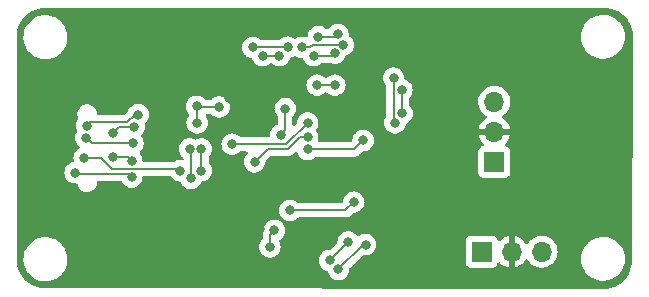
<source format=gbr>
%TF.GenerationSoftware,KiCad,Pcbnew,(6.0.7)*%
%TF.CreationDate,2023-03-22T16:10:42+01:00*%
%TF.ProjectId,PicoLink,5069636f-4c69-46e6-9b2e-6b696361645f,rev?*%
%TF.SameCoordinates,Original*%
%TF.FileFunction,Copper,L2,Bot*%
%TF.FilePolarity,Positive*%
%FSLAX46Y46*%
G04 Gerber Fmt 4.6, Leading zero omitted, Abs format (unit mm)*
G04 Created by KiCad (PCBNEW (6.0.7)) date 2023-03-22 16:10:42*
%MOMM*%
%LPD*%
G01*
G04 APERTURE LIST*
%TA.AperFunction,ComponentPad*%
%ADD10R,1.700000X1.700000*%
%TD*%
%TA.AperFunction,ComponentPad*%
%ADD11O,1.700000X1.700000*%
%TD*%
%TA.AperFunction,ViaPad*%
%ADD12C,0.800000*%
%TD*%
%TA.AperFunction,Conductor*%
%ADD13C,0.200000*%
%TD*%
G04 APERTURE END LIST*
D10*
%TO.P,J6,1,Pin_1*%
%TO.N,Net-(J6-Pad1)*%
X126520156Y-130860476D03*
D11*
%TO.P,J6,2,Pin_2*%
%TO.N,GND*%
X129060156Y-130860476D03*
%TO.P,J6,3,Pin_3*%
%TO.N,Net-(J6-Pad3)*%
X131600156Y-130860476D03*
%TD*%
D10*
%TO.P,J5,1,Pin_1*%
%TO.N,Net-(J5-Pad1)*%
X127600156Y-123260476D03*
D11*
%TO.P,J5,2,Pin_2*%
%TO.N,GND*%
X127600156Y-120720476D03*
%TO.P,J5,3,Pin_3*%
%TO.N,Net-(J5-Pad3)*%
X127600156Y-118180476D03*
%TD*%
D12*
%TO.N,Net-(R7-Pad1)*%
X108971848Y-129060976D03*
%TO.N,GND*%
X96800000Y-131400000D03*
X99600000Y-117500000D03*
X96700000Y-110800000D03*
X119200156Y-123560476D03*
X100000000Y-126300000D03*
X122400156Y-110960476D03*
X127400156Y-133360476D03*
X93700000Y-130500000D03*
X95500000Y-125400000D03*
X134100156Y-115060476D03*
X113000156Y-133360476D03*
X101100000Y-120800000D03*
X91300000Y-121900000D03*
X130700156Y-114860476D03*
X110500156Y-130760476D03*
X105100156Y-117860476D03*
X87900000Y-122800000D03*
X124600156Y-131660476D03*
X87800000Y-119000000D03*
X134100000Y-128700000D03*
X98500000Y-114700000D03*
X87700000Y-128300000D03*
X110100156Y-115460476D03*
X92700000Y-110800000D03*
X116400156Y-127960476D03*
X129100156Y-110860476D03*
X102000000Y-131300000D03*
X119200156Y-110760476D03*
X107800156Y-128960476D03*
X129200156Y-126960476D03*
X125300156Y-127460476D03*
X138400156Y-124060476D03*
X133800156Y-133460476D03*
X91400000Y-119200000D03*
X100800000Y-110800000D03*
X103000000Y-133200000D03*
X127500000Y-125500000D03*
X99800000Y-133200000D03*
X109800156Y-133060476D03*
X106300156Y-133060476D03*
X123600000Y-117500000D03*
X131800156Y-126260476D03*
X119000156Y-125660476D03*
X123800156Y-121560476D03*
X99900000Y-131300000D03*
X117400156Y-133360476D03*
X102800000Y-115400000D03*
X98200000Y-126300000D03*
X138400156Y-116160476D03*
X117500156Y-117160476D03*
X127300156Y-114960476D03*
X116600156Y-115660476D03*
X97200000Y-117500000D03*
X125900156Y-110860476D03*
X116100156Y-119860476D03*
X97100000Y-133200000D03*
X104400156Y-113660476D03*
X92700000Y-114600000D03*
X121900156Y-114360476D03*
X115700156Y-110860476D03*
X138500156Y-118160476D03*
X96400000Y-126300000D03*
X95400000Y-118900000D03*
X136400000Y-126600000D03*
X135200156Y-127760476D03*
X92000000Y-129100000D03*
X103900000Y-111000000D03*
X130800156Y-133460476D03*
%TO.N,+3.3V*%
X102439136Y-119956997D03*
X110300156Y-127360476D03*
X101800654Y-122160351D03*
X112700656Y-112652058D03*
X102400000Y-118557997D03*
X109527191Y-120965845D03*
X115700156Y-126660476D03*
X101900156Y-124659476D03*
X114352466Y-112459984D03*
X104299500Y-118600000D03*
X109900156Y-118760476D03*
X112600156Y-116760476D03*
X114099656Y-116760476D03*
%TO.N,Net-(C11-Pad1)*%
X111800654Y-122200000D03*
X116495716Y-121448776D03*
%TO.N,Net-(J1-PadB5)*%
X96900000Y-124550000D03*
X92117330Y-124165819D03*
%TO.N,Net-(J1-PadA7)*%
X97000000Y-121700000D03*
X93000000Y-121200000D03*
%TO.N,Net-(R3-Pad2)*%
X111800156Y-119960476D03*
X105400156Y-121760476D03*
%TO.N,Net-(J1-PadA6)*%
X95288172Y-122870258D03*
X96900000Y-123150500D03*
%TO.N,Net-(R4-Pad2)*%
X107300156Y-123260476D03*
X111800156Y-121160476D03*
%TO.N,Net-(J1-PadA5)*%
X97100000Y-120300000D03*
X95288172Y-120829742D03*
%TO.N,Net-(R7-Pad1)*%
X108600156Y-130459976D03*
%TO.N,TGT_SWCLK*%
X114405534Y-132355098D03*
X116700156Y-130260976D03*
%TO.N,TGT_SWDIO*%
X115227621Y-130033011D03*
X113655534Y-131605098D03*
%TO.N,SWD_DIO*%
X119192761Y-119958453D03*
X102800156Y-122160976D03*
X102800156Y-123999500D03*
X119076156Y-116166737D03*
X107975656Y-114260476D03*
X92874455Y-122940141D03*
X109400156Y-114260476D03*
X114099656Y-114060476D03*
X112300156Y-114260476D03*
X101000000Y-123999500D03*
%TO.N,SWD_CLK*%
X97444193Y-119257497D03*
X114804241Y-113351558D03*
X119793957Y-119159976D03*
X93073487Y-120203203D03*
X107154926Y-113560976D03*
X110106911Y-113553721D03*
X119775656Y-117160476D03*
X111300156Y-113560476D03*
%TD*%
D13*
%TO.N,Net-(R7-Pad1)*%
X108600156Y-129432668D02*
X108971848Y-129060976D01*
X108600156Y-130459976D02*
X108600156Y-129432668D01*
%TO.N,+3.3V*%
X101900156Y-122259853D02*
X101800654Y-122160351D01*
X102400000Y-118557997D02*
X102400000Y-119917861D01*
X115700156Y-126660476D02*
X115000156Y-127360476D01*
X104299500Y-118600000D02*
X102442003Y-118600000D01*
X102400000Y-119917861D02*
X102439136Y-119956997D01*
X114160392Y-112652058D02*
X114352466Y-112459984D01*
X102442003Y-118600000D02*
X102400000Y-118557997D01*
X112700656Y-112652058D02*
X114160392Y-112652058D01*
X109527191Y-120965845D02*
X109900156Y-120592880D01*
X109900156Y-120592880D02*
X109900156Y-118760476D01*
X112600156Y-116760476D02*
X114099656Y-116760476D01*
X101900156Y-124659476D02*
X101900156Y-122259853D01*
X115000156Y-127360476D02*
X110300156Y-127360476D01*
%TO.N,Net-(C11-Pad1)*%
X115744492Y-122200000D02*
X116495716Y-121448776D01*
X111800654Y-122200000D02*
X115744492Y-122200000D01*
%TO.N,Net-(J1-PadB5)*%
X96600500Y-124250500D02*
X96900000Y-124550000D01*
X92117330Y-124165819D02*
X92202011Y-124250500D01*
X92202011Y-124250500D02*
X96600500Y-124250500D01*
%TO.N,Net-(J1-PadA7)*%
X93000000Y-121200000D02*
X93500000Y-121700000D01*
X93500000Y-121700000D02*
X97000000Y-121700000D01*
%TO.N,Net-(R3-Pad2)*%
X105400156Y-121760476D02*
X110000156Y-121760476D01*
X110000156Y-121760476D02*
X111800156Y-119960476D01*
%TO.N,Net-(J1-PadA6)*%
X95288172Y-122870258D02*
X96619758Y-122870258D01*
X96619758Y-122870258D02*
X96900000Y-123150500D01*
%TO.N,Net-(R4-Pad2)*%
X107300156Y-123260476D02*
X108400156Y-122160476D01*
X108400156Y-122160476D02*
X110165842Y-122160476D01*
X110165842Y-122160476D02*
X111165842Y-121160476D01*
X111165842Y-121160476D02*
X111800156Y-121160476D01*
%TO.N,Net-(J1-PadA5)*%
X95288172Y-120829742D02*
X95817914Y-120300000D01*
X95817914Y-120300000D02*
X97100000Y-120300000D01*
%TO.N,TGT_SWCLK*%
X116499656Y-130260976D02*
X116700156Y-130260976D01*
X114405534Y-132355098D02*
X116499656Y-130260976D01*
%TO.N,TGT_SWDIO*%
X113655534Y-131605098D02*
X115227621Y-130033011D01*
%TO.N,SWD_DIO*%
X95250500Y-123850500D02*
X100851000Y-123850500D01*
X119076156Y-119841848D02*
X119076156Y-116166737D01*
X92874455Y-122940141D02*
X94340141Y-122940141D01*
X113899656Y-114260476D02*
X114099656Y-114060476D01*
X107975656Y-114260476D02*
X109400156Y-114260476D01*
X112300156Y-114260476D02*
X113899656Y-114260476D01*
X102800156Y-123959976D02*
X102800156Y-122160976D01*
X119192761Y-119958453D02*
X119076156Y-119841848D01*
X100851000Y-123850500D02*
X101000000Y-123999500D01*
X94340141Y-122940141D02*
X95250500Y-123850500D01*
%TO.N,SWD_CLK*%
X93073487Y-120203203D02*
X93376690Y-119900000D01*
X119793957Y-117178777D02*
X119775656Y-117160476D01*
X93376690Y-119900000D02*
X96510050Y-119900000D01*
X97152553Y-119257497D02*
X97444193Y-119257497D01*
X96510050Y-119900000D02*
X97152553Y-119257497D01*
X111300156Y-113560476D02*
X111500156Y-113560476D01*
X112005086Y-113560976D02*
X111500656Y-113560976D01*
X119793957Y-119159976D02*
X119793957Y-117178777D01*
X112214504Y-113351558D02*
X112005086Y-113560976D01*
X107154926Y-113560976D02*
X107162181Y-113553721D01*
X114804241Y-113351558D02*
X112214504Y-113351558D01*
X111500656Y-113560976D02*
X111500156Y-113560476D01*
X107162181Y-113553721D02*
X110106911Y-113553721D01*
%TD*%
%TA.AperFunction,Conductor*%
%TO.N,GND*%
G36*
X136900143Y-110219578D02*
G01*
X136919497Y-110221078D01*
X136928832Y-110222531D01*
X136943277Y-110224780D01*
X136960476Y-110222531D01*
X136984412Y-110221697D01*
X137230216Y-110236560D01*
X137245302Y-110238391D01*
X137514413Y-110287703D01*
X137529152Y-110291336D01*
X137790331Y-110372718D01*
X137804554Y-110378112D01*
X138054009Y-110490378D01*
X138067482Y-110497449D01*
X138301583Y-110638964D01*
X138314105Y-110647607D01*
X138529441Y-110816307D01*
X138540830Y-110826396D01*
X138734265Y-111019826D01*
X138744353Y-111031213D01*
X138799178Y-111101190D01*
X138913062Y-111246548D01*
X138921706Y-111259070D01*
X138949074Y-111304343D01*
X139063224Y-111493167D01*
X139070295Y-111506639D01*
X139182566Y-111756090D01*
X139187962Y-111770317D01*
X139269347Y-112031485D01*
X139272988Y-112046258D01*
X139322299Y-112315327D01*
X139324133Y-112330432D01*
X139338545Y-112568680D01*
X139337276Y-112595667D01*
X139337233Y-112595940D01*
X139337233Y-112595946D01*
X139335852Y-112604815D01*
X139338200Y-112622768D01*
X139339761Y-112634705D01*
X139340823Y-112651707D01*
X139331505Y-114422067D01*
X139241369Y-131546833D01*
X139241302Y-131559493D01*
X139239805Y-131578207D01*
X139235852Y-131603594D01*
X139238101Y-131620794D01*
X139238935Y-131644728D01*
X139226814Y-131845150D01*
X139224070Y-131890525D01*
X139222236Y-131905630D01*
X139178914Y-132142042D01*
X139172930Y-132174695D01*
X139169290Y-132189465D01*
X139087910Y-132450632D01*
X139082517Y-132464851D01*
X138970246Y-132714308D01*
X138963177Y-132727777D01*
X138836303Y-132937652D01*
X138821663Y-132961870D01*
X138813021Y-132974390D01*
X138740876Y-133066477D01*
X138644317Y-133189725D01*
X138634227Y-133201114D01*
X138440803Y-133394537D01*
X138429414Y-133404627D01*
X138214075Y-133573332D01*
X138201557Y-133581972D01*
X137967457Y-133723487D01*
X137953992Y-133730554D01*
X137704537Y-133842821D01*
X137690310Y-133848216D01*
X137429151Y-133929593D01*
X137414379Y-133933234D01*
X137145311Y-133982539D01*
X137130211Y-133984372D01*
X136891555Y-133998803D01*
X136865121Y-133997558D01*
X136864697Y-133997553D01*
X136855829Y-133996172D01*
X136846926Y-133997336D01*
X136824664Y-134000246D01*
X136808170Y-134001309D01*
X89600221Y-133940950D01*
X89580999Y-133939450D01*
X89565760Y-133937078D01*
X89556884Y-133935696D01*
X89539686Y-133937945D01*
X89515745Y-133938778D01*
X89269953Y-133923911D01*
X89254848Y-133922077D01*
X88985783Y-133872770D01*
X88971010Y-133869129D01*
X88709844Y-133787747D01*
X88695627Y-133782356D01*
X88446160Y-133670080D01*
X88432704Y-133663017D01*
X88198603Y-133521498D01*
X88186081Y-133512855D01*
X87970744Y-133344149D01*
X87959356Y-133334059D01*
X87765935Y-133140638D01*
X87755853Y-133129259D01*
X87587134Y-132913905D01*
X87578508Y-132901408D01*
X87436982Y-132667294D01*
X87429914Y-132653827D01*
X87317645Y-132404372D01*
X87312250Y-132390146D01*
X87230870Y-132128987D01*
X87227229Y-132114213D01*
X87177923Y-131845150D01*
X87176089Y-131830046D01*
X87161659Y-131591472D01*
X87162918Y-131564703D01*
X87162920Y-131564534D01*
X87164301Y-131555665D01*
X87163137Y-131546762D01*
X87163137Y-131546757D01*
X87162551Y-131542277D01*
X87737009Y-131542277D01*
X87762625Y-131810769D01*
X87763710Y-131815203D01*
X87763711Y-131815209D01*
X87817163Y-132033649D01*
X87826731Y-132072750D01*
X87927985Y-132322733D01*
X88064265Y-132555482D01*
X88142914Y-132653827D01*
X88184686Y-132706060D01*
X88232716Y-132766119D01*
X88429809Y-132950234D01*
X88651416Y-133103968D01*
X88655499Y-133105999D01*
X88655502Y-133106001D01*
X88725126Y-133140638D01*
X88892894Y-133224101D01*
X88897228Y-133225522D01*
X88897231Y-133225523D01*
X89144853Y-133306698D01*
X89144859Y-133306699D01*
X89149186Y-133308118D01*
X89153677Y-133308898D01*
X89153678Y-133308898D01*
X89411140Y-133353601D01*
X89411148Y-133353602D01*
X89414921Y-133354257D01*
X89418758Y-133354448D01*
X89498578Y-133358422D01*
X89498586Y-133358422D01*
X89500149Y-133358500D01*
X89668512Y-133358500D01*
X89670780Y-133358335D01*
X89670792Y-133358335D01*
X89801884Y-133348823D01*
X89869004Y-133343953D01*
X89873459Y-133342969D01*
X89873462Y-133342969D01*
X90127912Y-133286791D01*
X90127916Y-133286790D01*
X90132372Y-133285806D01*
X90258480Y-133238028D01*
X90380318Y-133191868D01*
X90380321Y-133191867D01*
X90384588Y-133190250D01*
X90620368Y-133059286D01*
X90767354Y-132947110D01*
X90831141Y-132898429D01*
X90831142Y-132898428D01*
X90834773Y-132895657D01*
X90873411Y-132856133D01*
X90964891Y-132762553D01*
X91023312Y-132702792D01*
X91182034Y-132484730D01*
X91234521Y-132384969D01*
X91305490Y-132250079D01*
X91305493Y-132250073D01*
X91307615Y-132246039D01*
X91316024Y-132222229D01*
X91395902Y-131996033D01*
X91395902Y-131996032D01*
X91397425Y-131991720D01*
X91434956Y-131801304D01*
X91448700Y-131731572D01*
X91448701Y-131731566D01*
X91449581Y-131727100D01*
X91451549Y-131687576D01*
X91455655Y-131605098D01*
X112742030Y-131605098D01*
X112742720Y-131611663D01*
X112759493Y-131771245D01*
X112761992Y-131795026D01*
X112821007Y-131976654D01*
X112824310Y-131982376D01*
X112824311Y-131982377D01*
X112853663Y-132033215D01*
X112916494Y-132142042D01*
X112920912Y-132146949D01*
X112920913Y-132146950D01*
X113006253Y-132241730D01*
X113044281Y-132283964D01*
X113198782Y-132396216D01*
X113204810Y-132398900D01*
X113204812Y-132398901D01*
X113352939Y-132464851D01*
X113373246Y-132473892D01*
X113379701Y-132475264D01*
X113379704Y-132475265D01*
X113403548Y-132480333D01*
X113426302Y-132485169D01*
X113488775Y-132518897D01*
X113519937Y-132569479D01*
X113571007Y-132726654D01*
X113666494Y-132892042D01*
X113670912Y-132896949D01*
X113670913Y-132896950D01*
X113789859Y-133029053D01*
X113794281Y-133033964D01*
X113832656Y-133061845D01*
X113941105Y-133140638D01*
X113948782Y-133146216D01*
X113954810Y-133148900D01*
X113954812Y-133148901D01*
X114117215Y-133221207D01*
X114123246Y-133223892D01*
X114216647Y-133243745D01*
X114303590Y-133262226D01*
X114303595Y-133262226D01*
X114310047Y-133263598D01*
X114501021Y-133263598D01*
X114507473Y-133262226D01*
X114507478Y-133262226D01*
X114594421Y-133243745D01*
X114687822Y-133223892D01*
X114693853Y-133221207D01*
X114856256Y-133148901D01*
X114856258Y-133148900D01*
X114862286Y-133146216D01*
X114869964Y-133140638D01*
X114978412Y-133061845D01*
X115016787Y-133033964D01*
X115021209Y-133029053D01*
X115140155Y-132896950D01*
X115140156Y-132896949D01*
X115144574Y-132892042D01*
X115240061Y-132726654D01*
X115299076Y-132545026D01*
X115306553Y-132473892D01*
X115318348Y-132361663D01*
X115319038Y-132355098D01*
X115318850Y-132353312D01*
X115338350Y-132286902D01*
X115355253Y-132265928D01*
X115862571Y-131758610D01*
X125161656Y-131758610D01*
X125168411Y-131820792D01*
X125219541Y-131957181D01*
X125306895Y-132073737D01*
X125423451Y-132161091D01*
X125559840Y-132212221D01*
X125622022Y-132218976D01*
X127418290Y-132218976D01*
X127480472Y-132212221D01*
X127616861Y-132161091D01*
X127733417Y-132073737D01*
X127820771Y-131957181D01*
X127864954Y-131839324D01*
X127907596Y-131782560D01*
X127974157Y-131757860D01*
X128043506Y-131773068D01*
X128078173Y-131801056D01*
X128103374Y-131830149D01*
X128110736Y-131837359D01*
X128274590Y-131973392D01*
X128283037Y-131979307D01*
X128466912Y-132086755D01*
X128476198Y-132091205D01*
X128675157Y-132167179D01*
X128685055Y-132170055D01*
X128788406Y-132191082D01*
X128802455Y-132189886D01*
X128806156Y-132179541D01*
X128806156Y-132178993D01*
X129314156Y-132178993D01*
X129318220Y-132192835D01*
X129331634Y-132194869D01*
X129338340Y-132194010D01*
X129348418Y-132191868D01*
X129552411Y-132130667D01*
X129561998Y-132126909D01*
X129753251Y-132033215D01*
X129762101Y-132027940D01*
X129935484Y-131904268D01*
X129943356Y-131897615D01*
X130094208Y-131747288D01*
X130100886Y-131739441D01*
X130228178Y-131562295D01*
X130229435Y-131563198D01*
X130276529Y-131519838D01*
X130346467Y-131507621D01*
X130411907Y-131535154D01*
X130439735Y-131566987D01*
X130456733Y-131594725D01*
X130500143Y-131665564D01*
X130646406Y-131834414D01*
X130818282Y-131977108D01*
X131011156Y-132089814D01*
X131219848Y-132169506D01*
X131224916Y-132170537D01*
X131224919Y-132170538D01*
X131282201Y-132182192D01*
X131438753Y-132214043D01*
X131443928Y-132214233D01*
X131443930Y-132214233D01*
X131656829Y-132222040D01*
X131656833Y-132222040D01*
X131661993Y-132222229D01*
X131667113Y-132221573D01*
X131667115Y-132221573D01*
X131878444Y-132194501D01*
X131878445Y-132194501D01*
X131883572Y-132193844D01*
X131888522Y-132192359D01*
X132092585Y-132131137D01*
X132092590Y-132131135D01*
X132097540Y-132129650D01*
X132298150Y-132031372D01*
X132480016Y-131901649D01*
X132638252Y-131743965D01*
X132653645Y-131722544D01*
X132765591Y-131566753D01*
X132768609Y-131562553D01*
X132772014Y-131555665D01*
X132798164Y-131502753D01*
X134937165Y-131502753D01*
X134962781Y-131771245D01*
X134963866Y-131775679D01*
X134963867Y-131775685D01*
X135025698Y-132028368D01*
X135026887Y-132033226D01*
X135128141Y-132283209D01*
X135264421Y-132515958D01*
X135296029Y-132555482D01*
X135384842Y-132666536D01*
X135432872Y-132726595D01*
X135629965Y-132910710D01*
X135851572Y-133064444D01*
X135855655Y-133066475D01*
X135855658Y-133066477D01*
X135931019Y-133103968D01*
X136093050Y-133184577D01*
X136097384Y-133185998D01*
X136097387Y-133185999D01*
X136345009Y-133267174D01*
X136345015Y-133267175D01*
X136349342Y-133268594D01*
X136353833Y-133269374D01*
X136353834Y-133269374D01*
X136611296Y-133314077D01*
X136611304Y-133314078D01*
X136615077Y-133314733D01*
X136618914Y-133314924D01*
X136698734Y-133318898D01*
X136698742Y-133318898D01*
X136700305Y-133318976D01*
X136868668Y-133318976D01*
X136870936Y-133318811D01*
X136870948Y-133318811D01*
X137002040Y-133309299D01*
X137069160Y-133304429D01*
X137073615Y-133303445D01*
X137073618Y-133303445D01*
X137328068Y-133247267D01*
X137328072Y-133247266D01*
X137332528Y-133246282D01*
X137465974Y-133195724D01*
X137580474Y-133152344D01*
X137580477Y-133152343D01*
X137584744Y-133150726D01*
X137820524Y-133019762D01*
X137967510Y-132907586D01*
X138031297Y-132858905D01*
X138031298Y-132858904D01*
X138034929Y-132856133D01*
X138223468Y-132663268D01*
X138382190Y-132445206D01*
X138434677Y-132345445D01*
X138505646Y-132210555D01*
X138505649Y-132210549D01*
X138507771Y-132206515D01*
X138512944Y-132191868D01*
X138596058Y-131956509D01*
X138596058Y-131956508D01*
X138597581Y-131952196D01*
X138626353Y-131806217D01*
X138648856Y-131692048D01*
X138648857Y-131692042D01*
X138649737Y-131687576D01*
X138652468Y-131632720D01*
X138662920Y-131422768D01*
X138662920Y-131422762D01*
X138663147Y-131418199D01*
X138637531Y-131149707D01*
X138635992Y-131143415D01*
X138574511Y-130892164D01*
X138573425Y-130887726D01*
X138472171Y-130637743D01*
X138335891Y-130404994D01*
X138218084Y-130257684D01*
X138170292Y-130197923D01*
X138170291Y-130197921D01*
X138167440Y-130194357D01*
X137970347Y-130010242D01*
X137748740Y-129856508D01*
X137744657Y-129854477D01*
X137744654Y-129854475D01*
X137579231Y-129772179D01*
X137507262Y-129736375D01*
X137502928Y-129734954D01*
X137502925Y-129734953D01*
X137255303Y-129653778D01*
X137255297Y-129653777D01*
X137250970Y-129652358D01*
X137246478Y-129651578D01*
X136989016Y-129606875D01*
X136989008Y-129606874D01*
X136985235Y-129606219D01*
X136973973Y-129605658D01*
X136901578Y-129602054D01*
X136901570Y-129602054D01*
X136900007Y-129601976D01*
X136731644Y-129601976D01*
X136729376Y-129602141D01*
X136729364Y-129602141D01*
X136598272Y-129611653D01*
X136531152Y-129616523D01*
X136526697Y-129617507D01*
X136526694Y-129617507D01*
X136272244Y-129673685D01*
X136272240Y-129673686D01*
X136267784Y-129674670D01*
X136150450Y-129719124D01*
X136019838Y-129768608D01*
X136019835Y-129768609D01*
X136015568Y-129770226D01*
X135779788Y-129901190D01*
X135672585Y-129983005D01*
X135615664Y-130026446D01*
X135565383Y-130064819D01*
X135562190Y-130068085D01*
X135562188Y-130068087D01*
X135523551Y-130107611D01*
X135376844Y-130257684D01*
X135218122Y-130475746D01*
X135195205Y-130519304D01*
X135094666Y-130710397D01*
X135094663Y-130710403D01*
X135092541Y-130714437D01*
X135091021Y-130718742D01*
X135091019Y-130718746D01*
X135018636Y-130923716D01*
X135002731Y-130968756D01*
X135001848Y-130973238D01*
X134958379Y-131193783D01*
X134950575Y-131233376D01*
X134950348Y-131237929D01*
X134950348Y-131237932D01*
X134939407Y-131457723D01*
X134937165Y-131502753D01*
X132798164Y-131502753D01*
X132865292Y-131366929D01*
X132865293Y-131366927D01*
X132867586Y-131362287D01*
X132932526Y-131148545D01*
X132961685Y-130927066D01*
X132963312Y-130860476D01*
X132945008Y-130637837D01*
X132890587Y-130421178D01*
X132801510Y-130216316D01*
X132731186Y-130107611D01*
X132682978Y-130033093D01*
X132682973Y-130033086D01*
X132680170Y-130028753D01*
X132529826Y-129863527D01*
X132525775Y-129860328D01*
X132525771Y-129860324D01*
X132358570Y-129728276D01*
X132358566Y-129728274D01*
X132354515Y-129725074D01*
X132318184Y-129705018D01*
X132296960Y-129693302D01*
X132158945Y-129617114D01*
X132154076Y-129615390D01*
X132154072Y-129615388D01*
X131953243Y-129544271D01*
X131953239Y-129544270D01*
X131948368Y-129542545D01*
X131943275Y-129541638D01*
X131943272Y-129541637D01*
X131733529Y-129504276D01*
X131733523Y-129504275D01*
X131728440Y-129503370D01*
X131654608Y-129502468D01*
X131510237Y-129500704D01*
X131510235Y-129500704D01*
X131505067Y-129500641D01*
X131284247Y-129534431D01*
X131071912Y-129603833D01*
X131019312Y-129631215D01*
X130935836Y-129674670D01*
X130873763Y-129706983D01*
X130869630Y-129710086D01*
X130869627Y-129710088D01*
X130700856Y-129836805D01*
X130695121Y-129841111D01*
X130540785Y-130002614D01*
X130537871Y-130006886D01*
X130537870Y-130006887D01*
X130433054Y-130160542D01*
X130378143Y-130205545D01*
X130307618Y-130213716D01*
X130243871Y-130182462D01*
X130223174Y-130157978D01*
X130142582Y-130033402D01*
X130136292Y-130025233D01*
X129992962Y-129867716D01*
X129985429Y-129860691D01*
X129818295Y-129728698D01*
X129809708Y-129722993D01*
X129623273Y-129620075D01*
X129613861Y-129615845D01*
X129413115Y-129544756D01*
X129403144Y-129542122D01*
X129331993Y-129529448D01*
X129318696Y-129530908D01*
X129314156Y-129545465D01*
X129314156Y-132178993D01*
X128806156Y-132178993D01*
X128806156Y-129543578D01*
X128802238Y-129530234D01*
X128787962Y-129528247D01*
X128749480Y-129534136D01*
X128739444Y-129536527D01*
X128537024Y-129602688D01*
X128527515Y-129606685D01*
X128338619Y-129705018D01*
X128329894Y-129710512D01*
X128159589Y-129838381D01*
X128151882Y-129845224D01*
X128074634Y-129926060D01*
X128013110Y-129961490D01*
X127942198Y-129958033D01*
X127884411Y-129916787D01*
X127865558Y-129883239D01*
X127825318Y-129775899D01*
X127820771Y-129763771D01*
X127733417Y-129647215D01*
X127616861Y-129559861D01*
X127480472Y-129508731D01*
X127418290Y-129501976D01*
X125622022Y-129501976D01*
X125559840Y-129508731D01*
X125423451Y-129559861D01*
X125306895Y-129647215D01*
X125219541Y-129763771D01*
X125168411Y-129900160D01*
X125161656Y-129962342D01*
X125161656Y-131758610D01*
X115862571Y-131758610D01*
X116430143Y-131191038D01*
X116492455Y-131157012D01*
X116545434Y-131156886D01*
X116592356Y-131166859D01*
X116604669Y-131169476D01*
X116795643Y-131169476D01*
X116802095Y-131168104D01*
X116802100Y-131168104D01*
X116894115Y-131148545D01*
X116982444Y-131129770D01*
X117107994Y-131073872D01*
X117150878Y-131054779D01*
X117150880Y-131054778D01*
X117156908Y-131052094D01*
X117311409Y-130939842D01*
X117322913Y-130927066D01*
X117434777Y-130802828D01*
X117434778Y-130802827D01*
X117439196Y-130797920D01*
X117524653Y-130649904D01*
X117531379Y-130638255D01*
X117531380Y-130638254D01*
X117534683Y-130632532D01*
X117593698Y-130450904D01*
X117613660Y-130260976D01*
X117597541Y-130107611D01*
X117594388Y-130077611D01*
X117594388Y-130077609D01*
X117593698Y-130071048D01*
X117534683Y-129889420D01*
X117531115Y-129883239D01*
X117462139Y-129763771D01*
X117439196Y-129724032D01*
X117393864Y-129673685D01*
X117315831Y-129587021D01*
X117315830Y-129587020D01*
X117311409Y-129582110D01*
X117201622Y-129502345D01*
X117162250Y-129473739D01*
X117162249Y-129473738D01*
X117156908Y-129469858D01*
X117150880Y-129467174D01*
X117150878Y-129467173D01*
X116988475Y-129394867D01*
X116988474Y-129394867D01*
X116982444Y-129392182D01*
X116889044Y-129372329D01*
X116802100Y-129353848D01*
X116802095Y-129353848D01*
X116795643Y-129352476D01*
X116604669Y-129352476D01*
X116598217Y-129353848D01*
X116598212Y-129353848D01*
X116511268Y-129372329D01*
X116417868Y-129392182D01*
X116411838Y-129394867D01*
X116411837Y-129394867D01*
X116249434Y-129467173D01*
X116249432Y-129467174D01*
X116243404Y-129469858D01*
X116238063Y-129473738D01*
X116238062Y-129473739D01*
X116201035Y-129500641D01*
X116151643Y-129536527D01*
X116150993Y-129536999D01*
X116084126Y-129560857D01*
X116014974Y-129544777D01*
X115975649Y-129505819D01*
X115973845Y-129507129D01*
X115969962Y-129501784D01*
X115966661Y-129496067D01*
X115945485Y-129472548D01*
X115843296Y-129359056D01*
X115843295Y-129359055D01*
X115838874Y-129354145D01*
X115717808Y-129266185D01*
X115689715Y-129245774D01*
X115689714Y-129245773D01*
X115684373Y-129241893D01*
X115678345Y-129239209D01*
X115678343Y-129239208D01*
X115515940Y-129166902D01*
X115515939Y-129166902D01*
X115509909Y-129164217D01*
X115416509Y-129144364D01*
X115329565Y-129125883D01*
X115329560Y-129125883D01*
X115323108Y-129124511D01*
X115132134Y-129124511D01*
X115125682Y-129125883D01*
X115125677Y-129125883D01*
X115038733Y-129144364D01*
X114945333Y-129164217D01*
X114939303Y-129166902D01*
X114939302Y-129166902D01*
X114776899Y-129239208D01*
X114776897Y-129239209D01*
X114770869Y-129241893D01*
X114765528Y-129245773D01*
X114765527Y-129245774D01*
X114737434Y-129266185D01*
X114616368Y-129354145D01*
X114611947Y-129359055D01*
X114611946Y-129359056D01*
X114509758Y-129472548D01*
X114488581Y-129496067D01*
X114485281Y-129501782D01*
X114485280Y-129501784D01*
X114398346Y-129652358D01*
X114393094Y-129661455D01*
X114334079Y-129843083D01*
X114333389Y-129849644D01*
X114333389Y-129849646D01*
X114321185Y-129965759D01*
X114314117Y-130033011D01*
X114314305Y-130034797D01*
X114294805Y-130101207D01*
X114277902Y-130122181D01*
X113740390Y-130659693D01*
X113678078Y-130693719D01*
X113651295Y-130696598D01*
X113560047Y-130696598D01*
X113553595Y-130697970D01*
X113553590Y-130697970D01*
X113466647Y-130716451D01*
X113373246Y-130736304D01*
X113367216Y-130738989D01*
X113367215Y-130738989D01*
X113204812Y-130811295D01*
X113204810Y-130811296D01*
X113198782Y-130813980D01*
X113044281Y-130926232D01*
X113039860Y-130931142D01*
X113039859Y-130931143D01*
X113032027Y-130939842D01*
X112916494Y-131068154D01*
X112821007Y-131233542D01*
X112761992Y-131415170D01*
X112761302Y-131421731D01*
X112761302Y-131421733D01*
X112757039Y-131462292D01*
X112742030Y-131605098D01*
X91455655Y-131605098D01*
X91462764Y-131462292D01*
X91462764Y-131462286D01*
X91462991Y-131457723D01*
X91437375Y-131189231D01*
X91432206Y-131168104D01*
X91374355Y-130931688D01*
X91373269Y-130927250D01*
X91272015Y-130677267D01*
X91144786Y-130459976D01*
X107686652Y-130459976D01*
X107687342Y-130466541D01*
X107705390Y-130638255D01*
X107706614Y-130649904D01*
X107765629Y-130831532D01*
X107861116Y-130996920D01*
X107865534Y-131001827D01*
X107865535Y-131001828D01*
X107981970Y-131131142D01*
X107988903Y-131138842D01*
X108143404Y-131251094D01*
X108149432Y-131253778D01*
X108149434Y-131253779D01*
X108192381Y-131272900D01*
X108317868Y-131328770D01*
X108411269Y-131348623D01*
X108498212Y-131367104D01*
X108498217Y-131367104D01*
X108504669Y-131368476D01*
X108695643Y-131368476D01*
X108702095Y-131367104D01*
X108702100Y-131367104D01*
X108789043Y-131348623D01*
X108882444Y-131328770D01*
X109007931Y-131272900D01*
X109050878Y-131253779D01*
X109050880Y-131253778D01*
X109056908Y-131251094D01*
X109211409Y-131138842D01*
X109218342Y-131131142D01*
X109334777Y-131001828D01*
X109334778Y-131001827D01*
X109339196Y-130996920D01*
X109434683Y-130831532D01*
X109493698Y-130649904D01*
X109494923Y-130638255D01*
X109512970Y-130466541D01*
X109513660Y-130459976D01*
X109493698Y-130270048D01*
X109434683Y-130088420D01*
X109428443Y-130077611D01*
X109393485Y-130017063D01*
X109376747Y-129948068D01*
X109399967Y-129880976D01*
X109429834Y-129853792D01*
X109428600Y-129852094D01*
X109438572Y-129844849D01*
X109583101Y-129739842D01*
X109592188Y-129729750D01*
X109706469Y-129602828D01*
X109706470Y-129602827D01*
X109710888Y-129597920D01*
X109806375Y-129432532D01*
X109865390Y-129250904D01*
X109885352Y-129060976D01*
X109865390Y-128871048D01*
X109806375Y-128689420D01*
X109710888Y-128524032D01*
X109583101Y-128382110D01*
X109428600Y-128269858D01*
X109422572Y-128267174D01*
X109422570Y-128267173D01*
X109260167Y-128194867D01*
X109260166Y-128194867D01*
X109254136Y-128192182D01*
X109160735Y-128172329D01*
X109073792Y-128153848D01*
X109073787Y-128153848D01*
X109067335Y-128152476D01*
X108876361Y-128152476D01*
X108869909Y-128153848D01*
X108869904Y-128153848D01*
X108782961Y-128172329D01*
X108689560Y-128192182D01*
X108683530Y-128194867D01*
X108683529Y-128194867D01*
X108521126Y-128267173D01*
X108521124Y-128267174D01*
X108515096Y-128269858D01*
X108360595Y-128382110D01*
X108232808Y-128524032D01*
X108137321Y-128689420D01*
X108078306Y-128871048D01*
X108058344Y-129060976D01*
X108059034Y-129067541D01*
X108062515Y-129100660D01*
X108053614Y-129162049D01*
X108016809Y-129250904D01*
X108007318Y-129273818D01*
X107991656Y-129392783D01*
X107991656Y-129392788D01*
X107986406Y-129432668D01*
X107987484Y-129440856D01*
X107990578Y-129464358D01*
X107991656Y-129480804D01*
X107991656Y-129729686D01*
X107971654Y-129797807D01*
X107959292Y-129813996D01*
X107874636Y-129908016D01*
X107861116Y-129923032D01*
X107836448Y-129965759D01*
X107771870Y-130077611D01*
X107765629Y-130088420D01*
X107706614Y-130270048D01*
X107686652Y-130459976D01*
X91144786Y-130459976D01*
X91135735Y-130444518D01*
X91017928Y-130297208D01*
X90970136Y-130237447D01*
X90970135Y-130237445D01*
X90967284Y-130233881D01*
X90770191Y-130049766D01*
X90548584Y-129896032D01*
X90544501Y-129894001D01*
X90544498Y-129893999D01*
X90379606Y-129811967D01*
X90307106Y-129775899D01*
X90302772Y-129774478D01*
X90302769Y-129774477D01*
X90055147Y-129693302D01*
X90055141Y-129693301D01*
X90050814Y-129691882D01*
X90046322Y-129691102D01*
X89788860Y-129646399D01*
X89788852Y-129646398D01*
X89785079Y-129645743D01*
X89773817Y-129645182D01*
X89701422Y-129641578D01*
X89701414Y-129641578D01*
X89699851Y-129641500D01*
X89531488Y-129641500D01*
X89529220Y-129641665D01*
X89529208Y-129641665D01*
X89398116Y-129651177D01*
X89330996Y-129656047D01*
X89326541Y-129657031D01*
X89326538Y-129657031D01*
X89072088Y-129713209D01*
X89072084Y-129713210D01*
X89067628Y-129714194D01*
X88989682Y-129743725D01*
X88819682Y-129808132D01*
X88819679Y-129808133D01*
X88815412Y-129809750D01*
X88579632Y-129940714D01*
X88365227Y-130104343D01*
X88362034Y-130107609D01*
X88362032Y-130107611D01*
X88280283Y-130191236D01*
X88176688Y-130297208D01*
X88017966Y-130515270D01*
X88015844Y-130519304D01*
X87894510Y-130749921D01*
X87894507Y-130749927D01*
X87892385Y-130753961D01*
X87890865Y-130758266D01*
X87890863Y-130758270D01*
X87816532Y-130968756D01*
X87802575Y-131008280D01*
X87790774Y-131068154D01*
X87754188Y-131253779D01*
X87750419Y-131272900D01*
X87750192Y-131277453D01*
X87750192Y-131277456D01*
X87737364Y-131535154D01*
X87737009Y-131542277D01*
X87162551Y-131542277D01*
X87160174Y-131524095D01*
X87159110Y-131507759D01*
X87159110Y-127360476D01*
X109386652Y-127360476D01*
X109387342Y-127367041D01*
X109404111Y-127526585D01*
X109406614Y-127550404D01*
X109465629Y-127732032D01*
X109468932Y-127737754D01*
X109468933Y-127737755D01*
X109497889Y-127787908D01*
X109561116Y-127897420D01*
X109688903Y-128039342D01*
X109843404Y-128151594D01*
X109849432Y-128154278D01*
X109849434Y-128154279D01*
X109940597Y-128194867D01*
X110017868Y-128229270D01*
X110111269Y-128249123D01*
X110198212Y-128267604D01*
X110198217Y-128267604D01*
X110204669Y-128268976D01*
X110395643Y-128268976D01*
X110402095Y-128267604D01*
X110402100Y-128267604D01*
X110489043Y-128249123D01*
X110582444Y-128229270D01*
X110659715Y-128194867D01*
X110750878Y-128154279D01*
X110750880Y-128154278D01*
X110756908Y-128151594D01*
X110911409Y-128039342D01*
X110937230Y-128010665D01*
X110997676Y-127973426D01*
X111030866Y-127968976D01*
X114952020Y-127968976D01*
X114968463Y-127970054D01*
X115000156Y-127974226D01*
X115008345Y-127973148D01*
X115040030Y-127968977D01*
X115040040Y-127968976D01*
X115040041Y-127968976D01*
X115139613Y-127955867D01*
X115150820Y-127954392D01*
X115150822Y-127954391D01*
X115159007Y-127953314D01*
X115307032Y-127892000D01*
X115402228Y-127818953D01*
X115402231Y-127818950D01*
X115434143Y-127794463D01*
X115439173Y-127787908D01*
X115453608Y-127769097D01*
X115464475Y-127756706D01*
X115615300Y-127605881D01*
X115677612Y-127571855D01*
X115704395Y-127568976D01*
X115795643Y-127568976D01*
X115802095Y-127567604D01*
X115802100Y-127567604D01*
X115913893Y-127543841D01*
X115982444Y-127529270D01*
X115988475Y-127526585D01*
X116150878Y-127454279D01*
X116150880Y-127454278D01*
X116156908Y-127451594D01*
X116311409Y-127339342D01*
X116439196Y-127197420D01*
X116534683Y-127032032D01*
X116593698Y-126850404D01*
X116595922Y-126829250D01*
X116612970Y-126667041D01*
X116613660Y-126660476D01*
X116603801Y-126566673D01*
X116594388Y-126477111D01*
X116594388Y-126477109D01*
X116593698Y-126470548D01*
X116534683Y-126288920D01*
X116439196Y-126123532D01*
X116311409Y-125981610D01*
X116156908Y-125869358D01*
X116150880Y-125866674D01*
X116150878Y-125866673D01*
X115988475Y-125794367D01*
X115988474Y-125794367D01*
X115982444Y-125791682D01*
X115889043Y-125771829D01*
X115802100Y-125753348D01*
X115802095Y-125753348D01*
X115795643Y-125751976D01*
X115604669Y-125751976D01*
X115598217Y-125753348D01*
X115598212Y-125753348D01*
X115511269Y-125771829D01*
X115417868Y-125791682D01*
X115411838Y-125794367D01*
X115411837Y-125794367D01*
X115249434Y-125866673D01*
X115249432Y-125866674D01*
X115243404Y-125869358D01*
X115088903Y-125981610D01*
X114961116Y-126123532D01*
X114865629Y-126288920D01*
X114806614Y-126470548D01*
X114805924Y-126477109D01*
X114805924Y-126477111D01*
X114788894Y-126639146D01*
X114761881Y-126704803D01*
X114703659Y-126745433D01*
X114663584Y-126751976D01*
X111030866Y-126751976D01*
X110962745Y-126731974D01*
X110937230Y-126710287D01*
X110915824Y-126686513D01*
X110915822Y-126686512D01*
X110911409Y-126681610D01*
X110756908Y-126569358D01*
X110750880Y-126566674D01*
X110750878Y-126566673D01*
X110588475Y-126494367D01*
X110588474Y-126494367D01*
X110582444Y-126491682D01*
X110483017Y-126470548D01*
X110402100Y-126453348D01*
X110402095Y-126453348D01*
X110395643Y-126451976D01*
X110204669Y-126451976D01*
X110198217Y-126453348D01*
X110198212Y-126453348D01*
X110117295Y-126470548D01*
X110017868Y-126491682D01*
X110011838Y-126494367D01*
X110011837Y-126494367D01*
X109849434Y-126566673D01*
X109849432Y-126566674D01*
X109843404Y-126569358D01*
X109688903Y-126681610D01*
X109684482Y-126686520D01*
X109684481Y-126686521D01*
X109631437Y-126745433D01*
X109561116Y-126823532D01*
X109465629Y-126988920D01*
X109406614Y-127170548D01*
X109405924Y-127177109D01*
X109405924Y-127177111D01*
X109403274Y-127202328D01*
X109386652Y-127360476D01*
X87159110Y-127360476D01*
X87159110Y-124165819D01*
X91203826Y-124165819D01*
X91223788Y-124355747D01*
X91282803Y-124537375D01*
X91378290Y-124702763D01*
X91506077Y-124844685D01*
X91545439Y-124873283D01*
X91620753Y-124928002D01*
X91660578Y-124956937D01*
X91666606Y-124959621D01*
X91666608Y-124959622D01*
X91824638Y-125029981D01*
X91835042Y-125034613D01*
X91928438Y-125054465D01*
X92015386Y-125072947D01*
X92015391Y-125072947D01*
X92021843Y-125074319D01*
X92200186Y-125074319D01*
X92268307Y-125094321D01*
X92314800Y-125147977D01*
X92321662Y-125166859D01*
X92335051Y-125215466D01*
X92357961Y-125298641D01*
X92442422Y-125458836D01*
X92446827Y-125464049D01*
X92446830Y-125464053D01*
X92554906Y-125591943D01*
X92554910Y-125591947D01*
X92559313Y-125597157D01*
X92564737Y-125601304D01*
X92564738Y-125601305D01*
X92697757Y-125703006D01*
X92697761Y-125703009D01*
X92703178Y-125707150D01*
X92789872Y-125747576D01*
X92861131Y-125780805D01*
X92861134Y-125780806D01*
X92867308Y-125783685D01*
X92873956Y-125785171D01*
X92873959Y-125785172D01*
X92979921Y-125808857D01*
X93044043Y-125823190D01*
X93049588Y-125823500D01*
X93182744Y-125823500D01*
X93317537Y-125808857D01*
X93435690Y-125769094D01*
X93482704Y-125753272D01*
X93482706Y-125753271D01*
X93489175Y-125751094D01*
X93644405Y-125657823D01*
X93649362Y-125653135D01*
X93649365Y-125653133D01*
X93771027Y-125538082D01*
X93771029Y-125538080D01*
X93775985Y-125533393D01*
X93779817Y-125527755D01*
X93779820Y-125527751D01*
X93873942Y-125389255D01*
X93877777Y-125383612D01*
X93945030Y-125215466D01*
X93946144Y-125208738D01*
X93946145Y-125208734D01*
X93973493Y-125043539D01*
X93973493Y-125043536D01*
X93974608Y-125036802D01*
X93973977Y-125024748D01*
X93972239Y-124991594D01*
X93988649Y-124922520D01*
X94039798Y-124873283D01*
X94098066Y-124859000D01*
X95956610Y-124859000D01*
X96024731Y-124879002D01*
X96065729Y-124922000D01*
X96107913Y-124995064D01*
X96160960Y-125086944D01*
X96165378Y-125091851D01*
X96165379Y-125091852D01*
X96282387Y-125221803D01*
X96288747Y-125228866D01*
X96443248Y-125341118D01*
X96449276Y-125343802D01*
X96449278Y-125343803D01*
X96551366Y-125389255D01*
X96617712Y-125418794D01*
X96711112Y-125438647D01*
X96798056Y-125457128D01*
X96798061Y-125457128D01*
X96804513Y-125458500D01*
X96995487Y-125458500D01*
X97001939Y-125457128D01*
X97001944Y-125457128D01*
X97088888Y-125438647D01*
X97182288Y-125418794D01*
X97248634Y-125389255D01*
X97350722Y-125343803D01*
X97350724Y-125343802D01*
X97356752Y-125341118D01*
X97511253Y-125228866D01*
X97517613Y-125221803D01*
X97634621Y-125091852D01*
X97634622Y-125091851D01*
X97639040Y-125086944D01*
X97714100Y-124956937D01*
X97731223Y-124927279D01*
X97731224Y-124927278D01*
X97734527Y-124921556D01*
X97793542Y-124739928D01*
X97794232Y-124733365D01*
X97811210Y-124571829D01*
X97838223Y-124506173D01*
X97896445Y-124465543D01*
X97936520Y-124459000D01*
X100143502Y-124459000D01*
X100211623Y-124479002D01*
X100252620Y-124521999D01*
X100260960Y-124536444D01*
X100265378Y-124541351D01*
X100265379Y-124541352D01*
X100283152Y-124561091D01*
X100388747Y-124678366D01*
X100543248Y-124790618D01*
X100549276Y-124793302D01*
X100549278Y-124793303D01*
X100664685Y-124844685D01*
X100717712Y-124868294D01*
X100811113Y-124888147D01*
X100898056Y-124906628D01*
X100898061Y-124906628D01*
X100904513Y-124908000D01*
X100934109Y-124908000D01*
X101002230Y-124928002D01*
X101048723Y-124981658D01*
X101053942Y-124995064D01*
X101065629Y-125031032D01*
X101161116Y-125196420D01*
X101165534Y-125201327D01*
X101165535Y-125201328D01*
X101284481Y-125333431D01*
X101288903Y-125338342D01*
X101443404Y-125450594D01*
X101449432Y-125453278D01*
X101449434Y-125453279D01*
X101611837Y-125525585D01*
X101617868Y-125528270D01*
X101711269Y-125548123D01*
X101798212Y-125566604D01*
X101798217Y-125566604D01*
X101804669Y-125567976D01*
X101995643Y-125567976D01*
X102002095Y-125566604D01*
X102002100Y-125566604D01*
X102089043Y-125548123D01*
X102182444Y-125528270D01*
X102188475Y-125525585D01*
X102350878Y-125453279D01*
X102350880Y-125453278D01*
X102356908Y-125450594D01*
X102511409Y-125338342D01*
X102515831Y-125333431D01*
X102634777Y-125201328D01*
X102634778Y-125201327D01*
X102639196Y-125196420D01*
X102734683Y-125031032D01*
X102746370Y-124995064D01*
X102786443Y-124936458D01*
X102851840Y-124908821D01*
X102866203Y-124908000D01*
X102895643Y-124908000D01*
X102902095Y-124906628D01*
X102902100Y-124906628D01*
X102989043Y-124888147D01*
X103082444Y-124868294D01*
X103135471Y-124844685D01*
X103250878Y-124793303D01*
X103250880Y-124793302D01*
X103256908Y-124790618D01*
X103411409Y-124678366D01*
X103517004Y-124561091D01*
X103534777Y-124541352D01*
X103534778Y-124541351D01*
X103539196Y-124536444D01*
X103634683Y-124371056D01*
X103693698Y-124189428D01*
X103695490Y-124172384D01*
X103712970Y-124006065D01*
X103713660Y-123999500D01*
X103693698Y-123809572D01*
X103634683Y-123627944D01*
X103539196Y-123462556D01*
X103441020Y-123353520D01*
X103410302Y-123289513D01*
X103408656Y-123269210D01*
X103408656Y-122891266D01*
X103428658Y-122823145D01*
X103441020Y-122806956D01*
X103534777Y-122702828D01*
X103534778Y-122702827D01*
X103539196Y-122697920D01*
X103610239Y-122574870D01*
X103631379Y-122538255D01*
X103631380Y-122538254D01*
X103634683Y-122532532D01*
X103693698Y-122350904D01*
X103694454Y-122343716D01*
X103712970Y-122167541D01*
X103713660Y-122160976D01*
X103710565Y-122131525D01*
X103694388Y-121977611D01*
X103694388Y-121977609D01*
X103693698Y-121971048D01*
X103634683Y-121789420D01*
X103621763Y-121767041D01*
X103617973Y-121760476D01*
X104486652Y-121760476D01*
X104487342Y-121767041D01*
X104504059Y-121926090D01*
X104506614Y-121950404D01*
X104565629Y-122132032D01*
X104568932Y-122137754D01*
X104568933Y-122137755D01*
X104585769Y-122166916D01*
X104661116Y-122297420D01*
X104665534Y-122302327D01*
X104665535Y-122302328D01*
X104725545Y-122368976D01*
X104788903Y-122439342D01*
X104833349Y-122471634D01*
X104925045Y-122538255D01*
X104943404Y-122551594D01*
X104949432Y-122554278D01*
X104949434Y-122554279D01*
X105111837Y-122626585D01*
X105117868Y-122629270D01*
X105211269Y-122649123D01*
X105298212Y-122667604D01*
X105298217Y-122667604D01*
X105304669Y-122668976D01*
X105495643Y-122668976D01*
X105502095Y-122667604D01*
X105502100Y-122667604D01*
X105589043Y-122649123D01*
X105682444Y-122629270D01*
X105688475Y-122626585D01*
X105850878Y-122554279D01*
X105850880Y-122554278D01*
X105856908Y-122551594D01*
X105875268Y-122538255D01*
X105993761Y-122452164D01*
X106011409Y-122439342D01*
X106037230Y-122410665D01*
X106097676Y-122373426D01*
X106130866Y-122368976D01*
X106597848Y-122368976D01*
X106665969Y-122388978D01*
X106712462Y-122442634D01*
X106722566Y-122512908D01*
X106693072Y-122577488D01*
X106689340Y-122581293D01*
X106688903Y-122581610D01*
X106641743Y-122633987D01*
X106589508Y-122692000D01*
X106561116Y-122723532D01*
X106533216Y-122771856D01*
X106492810Y-122841842D01*
X106465629Y-122888920D01*
X106406614Y-123070548D01*
X106405924Y-123077109D01*
X106405924Y-123077111D01*
X106396024Y-123171307D01*
X106386652Y-123260476D01*
X106406614Y-123450404D01*
X106465629Y-123632032D01*
X106561116Y-123797420D01*
X106688903Y-123939342D01*
X106843404Y-124051594D01*
X106849432Y-124054278D01*
X106849434Y-124054279D01*
X107011837Y-124126585D01*
X107017868Y-124129270D01*
X107111268Y-124149123D01*
X107198212Y-124167604D01*
X107198217Y-124167604D01*
X107204669Y-124168976D01*
X107395643Y-124168976D01*
X107402095Y-124167604D01*
X107402100Y-124167604D01*
X107444412Y-124158610D01*
X126241656Y-124158610D01*
X126248411Y-124220792D01*
X126299541Y-124357181D01*
X126386895Y-124473737D01*
X126503451Y-124561091D01*
X126639840Y-124612221D01*
X126702022Y-124618976D01*
X128498290Y-124618976D01*
X128560472Y-124612221D01*
X128696861Y-124561091D01*
X128813417Y-124473737D01*
X128900771Y-124357181D01*
X128951901Y-124220792D01*
X128958656Y-124158610D01*
X128958656Y-122362342D01*
X128951901Y-122300160D01*
X128900771Y-122163771D01*
X128813417Y-122047215D01*
X128696861Y-121959861D01*
X128577843Y-121915243D01*
X128521079Y-121872601D01*
X128496379Y-121806040D01*
X128511586Y-121736691D01*
X128533133Y-121708011D01*
X128634208Y-121607288D01*
X128640886Y-121599441D01*
X128765159Y-121426496D01*
X128770469Y-121417659D01*
X128864826Y-121226743D01*
X128868625Y-121217148D01*
X128930533Y-121013386D01*
X128932711Y-121003313D01*
X128934142Y-120992438D01*
X128931931Y-120978254D01*
X128918773Y-120974476D01*
X126283381Y-120974476D01*
X126269850Y-120978449D01*
X126268413Y-120988442D01*
X126298721Y-121122922D01*
X126301801Y-121132751D01*
X126381926Y-121330079D01*
X126386569Y-121339270D01*
X126497850Y-121520864D01*
X126503933Y-121529175D01*
X126643369Y-121690143D01*
X126650733Y-121697355D01*
X126655678Y-121701461D01*
X126695312Y-121760365D01*
X126696809Y-121831346D01*
X126659693Y-121891868D01*
X126619420Y-121916386D01*
X126511861Y-121956708D01*
X126511860Y-121956709D01*
X126503451Y-121959861D01*
X126386895Y-122047215D01*
X126299541Y-122163771D01*
X126248411Y-122300160D01*
X126241656Y-122362342D01*
X126241656Y-124158610D01*
X107444412Y-124158610D01*
X107489044Y-124149123D01*
X107582444Y-124129270D01*
X107588475Y-124126585D01*
X107750878Y-124054279D01*
X107750880Y-124054278D01*
X107756908Y-124051594D01*
X107911409Y-123939342D01*
X108039196Y-123797420D01*
X108134683Y-123632032D01*
X108193698Y-123450404D01*
X108213660Y-123260476D01*
X108213472Y-123258691D01*
X108232972Y-123192281D01*
X108249874Y-123171307D01*
X108615299Y-122805881D01*
X108677612Y-122771856D01*
X108704395Y-122768976D01*
X110117706Y-122768976D01*
X110134149Y-122770054D01*
X110165842Y-122774226D01*
X110174031Y-122773148D01*
X110205716Y-122768977D01*
X110205726Y-122768976D01*
X110205727Y-122768976D01*
X110305299Y-122755867D01*
X110316506Y-122754392D01*
X110316508Y-122754391D01*
X110324693Y-122753314D01*
X110472718Y-122692000D01*
X110502724Y-122668976D01*
X110567914Y-122618953D01*
X110567917Y-122618950D01*
X110599829Y-122594463D01*
X110613015Y-122577279D01*
X110619294Y-122569097D01*
X110630161Y-122556706D01*
X110734703Y-122452164D01*
X110797015Y-122418138D01*
X110867830Y-122423203D01*
X110924666Y-122465750D01*
X110943631Y-122502322D01*
X110966127Y-122571556D01*
X110969430Y-122577278D01*
X110969431Y-122577279D01*
X110987545Y-122608653D01*
X111061614Y-122736944D01*
X111066032Y-122741851D01*
X111066033Y-122741852D01*
X111149279Y-122834306D01*
X111189401Y-122878866D01*
X111343902Y-122991118D01*
X111349930Y-122993802D01*
X111349932Y-122993803D01*
X111368049Y-123001869D01*
X111518366Y-123068794D01*
X111611766Y-123088647D01*
X111698710Y-123107128D01*
X111698715Y-123107128D01*
X111705167Y-123108500D01*
X111896141Y-123108500D01*
X111902593Y-123107128D01*
X111902598Y-123107128D01*
X111989542Y-123088647D01*
X112082942Y-123068794D01*
X112233259Y-123001869D01*
X112251376Y-122993803D01*
X112251378Y-122993802D01*
X112257406Y-122991118D01*
X112336606Y-122933576D01*
X112405946Y-122883197D01*
X112411907Y-122878866D01*
X112437728Y-122850189D01*
X112498174Y-122812950D01*
X112531364Y-122808500D01*
X115696356Y-122808500D01*
X115712799Y-122809578D01*
X115744492Y-122813750D01*
X115752681Y-122812672D01*
X115784366Y-122808501D01*
X115784376Y-122808500D01*
X115784377Y-122808500D01*
X115883949Y-122795391D01*
X115895156Y-122793916D01*
X115895158Y-122793915D01*
X115903343Y-122792838D01*
X116051368Y-122731524D01*
X116061784Y-122723532D01*
X116146564Y-122658477D01*
X116146567Y-122658474D01*
X116171926Y-122639015D01*
X116178479Y-122633987D01*
X116189769Y-122619274D01*
X116197944Y-122608621D01*
X116208811Y-122596230D01*
X116410860Y-122394181D01*
X116473172Y-122360155D01*
X116499955Y-122357276D01*
X116591203Y-122357276D01*
X116597655Y-122355904D01*
X116597660Y-122355904D01*
X116684604Y-122337423D01*
X116778004Y-122317570D01*
X116784035Y-122314885D01*
X116946438Y-122242579D01*
X116946440Y-122242578D01*
X116952468Y-122239894D01*
X116964399Y-122231226D01*
X117061949Y-122160351D01*
X117106969Y-122127642D01*
X117234756Y-121985720D01*
X117330243Y-121820332D01*
X117389258Y-121638704D01*
X117396316Y-121571556D01*
X117408530Y-121455341D01*
X117409220Y-121448776D01*
X117402345Y-121383365D01*
X117389948Y-121265411D01*
X117389948Y-121265409D01*
X117389258Y-121258848D01*
X117330243Y-121077220D01*
X117234756Y-120911832D01*
X117219031Y-120894367D01*
X117111391Y-120774821D01*
X117111390Y-120774820D01*
X117106969Y-120769910D01*
X116971597Y-120671556D01*
X116957810Y-120661539D01*
X116957809Y-120661538D01*
X116952468Y-120657658D01*
X116946440Y-120654974D01*
X116946438Y-120654973D01*
X116784035Y-120582667D01*
X116784034Y-120582667D01*
X116778004Y-120579982D01*
X116684603Y-120560129D01*
X116597660Y-120541648D01*
X116597655Y-120541648D01*
X116591203Y-120540276D01*
X116400229Y-120540276D01*
X116393777Y-120541648D01*
X116393772Y-120541648D01*
X116306829Y-120560129D01*
X116213428Y-120579982D01*
X116207398Y-120582667D01*
X116207397Y-120582667D01*
X116044994Y-120654973D01*
X116044992Y-120654974D01*
X116038964Y-120657658D01*
X116033623Y-120661538D01*
X116033622Y-120661539D01*
X116019835Y-120671556D01*
X115884463Y-120769910D01*
X115880042Y-120774820D01*
X115880041Y-120774821D01*
X115772402Y-120894367D01*
X115756676Y-120911832D01*
X115661189Y-121077220D01*
X115602174Y-121258848D01*
X115601484Y-121265409D01*
X115601484Y-121265411D01*
X115589087Y-121383365D01*
X115582212Y-121448776D01*
X115582400Y-121450562D01*
X115562900Y-121516972D01*
X115545997Y-121537946D01*
X115529348Y-121554595D01*
X115467036Y-121588621D01*
X115440253Y-121591500D01*
X112788785Y-121591500D01*
X112720664Y-121571498D01*
X112674171Y-121517842D01*
X112664067Y-121447568D01*
X112668952Y-121426564D01*
X112691658Y-121356682D01*
X112693698Y-121350404D01*
X112695346Y-121334729D01*
X112712970Y-121167041D01*
X112713660Y-121160476D01*
X112704308Y-121071497D01*
X112694388Y-120977111D01*
X112694388Y-120977109D01*
X112693698Y-120970548D01*
X112634683Y-120788920D01*
X112612675Y-120750800D01*
X112539196Y-120623532D01*
X112541933Y-120621952D01*
X112522507Y-120568129D01*
X112538334Y-120498919D01*
X112539270Y-120497463D01*
X112539196Y-120497420D01*
X112631379Y-120337755D01*
X112631380Y-120337754D01*
X112634683Y-120332032D01*
X112693698Y-120150404D01*
X112694601Y-120141818D01*
X112712970Y-119967041D01*
X112713660Y-119960476D01*
X112711126Y-119936363D01*
X112694388Y-119777111D01*
X112694388Y-119777109D01*
X112693698Y-119770548D01*
X112634683Y-119588920D01*
X112620886Y-119565022D01*
X112563778Y-119466109D01*
X112539196Y-119423532D01*
X112525452Y-119408267D01*
X112415831Y-119286521D01*
X112415830Y-119286520D01*
X112411409Y-119281610D01*
X112256908Y-119169358D01*
X112250880Y-119166674D01*
X112250878Y-119166673D01*
X112088475Y-119094367D01*
X112088474Y-119094367D01*
X112082444Y-119091682D01*
X111969002Y-119067569D01*
X111902100Y-119053348D01*
X111902095Y-119053348D01*
X111895643Y-119051976D01*
X111704669Y-119051976D01*
X111698217Y-119053348D01*
X111698212Y-119053348D01*
X111631310Y-119067569D01*
X111517868Y-119091682D01*
X111511838Y-119094367D01*
X111511837Y-119094367D01*
X111349434Y-119166673D01*
X111349432Y-119166674D01*
X111343404Y-119169358D01*
X111188903Y-119281610D01*
X111184482Y-119286520D01*
X111184481Y-119286521D01*
X111074861Y-119408267D01*
X111061116Y-119423532D01*
X111036534Y-119466109D01*
X110979427Y-119565022D01*
X110965629Y-119588920D01*
X110906614Y-119770548D01*
X110905924Y-119777109D01*
X110905924Y-119777111D01*
X110889186Y-119936363D01*
X110886652Y-119960476D01*
X110886840Y-119962262D01*
X110867340Y-120028672D01*
X110850437Y-120049646D01*
X110723751Y-120176332D01*
X110661439Y-120210358D01*
X110590624Y-120205293D01*
X110533788Y-120162746D01*
X110508977Y-120096226D01*
X110508656Y-120087237D01*
X110508656Y-119490766D01*
X110528658Y-119422645D01*
X110541020Y-119406456D01*
X110634777Y-119302328D01*
X110634778Y-119302327D01*
X110639196Y-119297420D01*
X110716689Y-119163198D01*
X110731379Y-119137755D01*
X110731380Y-119137754D01*
X110734683Y-119132032D01*
X110793698Y-118950404D01*
X110799488Y-118895320D01*
X110812970Y-118767041D01*
X110813660Y-118760476D01*
X110805442Y-118682287D01*
X110794388Y-118577111D01*
X110794388Y-118577109D01*
X110793698Y-118570548D01*
X110734683Y-118388920D01*
X110728342Y-118377936D01*
X110650849Y-118243716D01*
X110639196Y-118223532D01*
X110511409Y-118081610D01*
X110356908Y-117969358D01*
X110350880Y-117966674D01*
X110350878Y-117966673D01*
X110188475Y-117894367D01*
X110188474Y-117894367D01*
X110182444Y-117891682D01*
X110082509Y-117870440D01*
X110002100Y-117853348D01*
X110002095Y-117853348D01*
X109995643Y-117851976D01*
X109804669Y-117851976D01*
X109798217Y-117853348D01*
X109798212Y-117853348D01*
X109717803Y-117870440D01*
X109617868Y-117891682D01*
X109611838Y-117894367D01*
X109611837Y-117894367D01*
X109449434Y-117966673D01*
X109449432Y-117966674D01*
X109443404Y-117969358D01*
X109288903Y-118081610D01*
X109161116Y-118223532D01*
X109149463Y-118243716D01*
X109071971Y-118377936D01*
X109065629Y-118388920D01*
X109006614Y-118570548D01*
X109005924Y-118577109D01*
X109005924Y-118577111D01*
X108994870Y-118682287D01*
X108986652Y-118760476D01*
X108987342Y-118767041D01*
X109000825Y-118895320D01*
X109006614Y-118950404D01*
X109065629Y-119132032D01*
X109068932Y-119137754D01*
X109068933Y-119137755D01*
X109083623Y-119163198D01*
X109161116Y-119297420D01*
X109165534Y-119302327D01*
X109165535Y-119302328D01*
X109259292Y-119406456D01*
X109290010Y-119470463D01*
X109291656Y-119490766D01*
X109291656Y-119994409D01*
X109271654Y-120062530D01*
X109216905Y-120109516D01*
X109076469Y-120172042D01*
X109076467Y-120172043D01*
X109070439Y-120174727D01*
X108915938Y-120286979D01*
X108911517Y-120291889D01*
X108911516Y-120291890D01*
X108873352Y-120334276D01*
X108788151Y-120428901D01*
X108747726Y-120498919D01*
X108707768Y-120568129D01*
X108692664Y-120594289D01*
X108633649Y-120775917D01*
X108632959Y-120782478D01*
X108632959Y-120782480D01*
X108619880Y-120906924D01*
X108613687Y-120965845D01*
X108618336Y-121010072D01*
X108618623Y-121012805D01*
X108605851Y-121082643D01*
X108557349Y-121134490D01*
X108493313Y-121151976D01*
X106130866Y-121151976D01*
X106062745Y-121131974D01*
X106037230Y-121110287D01*
X106015824Y-121086513D01*
X106015822Y-121086512D01*
X106011409Y-121081610D01*
X105953455Y-121039504D01*
X105862250Y-120973239D01*
X105862249Y-120973238D01*
X105856908Y-120969358D01*
X105850880Y-120966674D01*
X105850878Y-120966673D01*
X105688475Y-120894367D01*
X105688474Y-120894367D01*
X105682444Y-120891682D01*
X105566104Y-120866953D01*
X105502100Y-120853348D01*
X105502095Y-120853348D01*
X105495643Y-120851976D01*
X105304669Y-120851976D01*
X105298217Y-120853348D01*
X105298212Y-120853348D01*
X105234208Y-120866953D01*
X105117868Y-120891682D01*
X105111838Y-120894367D01*
X105111837Y-120894367D01*
X104949434Y-120966673D01*
X104949432Y-120966674D01*
X104943404Y-120969358D01*
X104938063Y-120973238D01*
X104938062Y-120973239D01*
X104932733Y-120977111D01*
X104788903Y-121081610D01*
X104784482Y-121086520D01*
X104784481Y-121086521D01*
X104710418Y-121168777D01*
X104661116Y-121223532D01*
X104620291Y-121294243D01*
X104574755Y-121373114D01*
X104565629Y-121388920D01*
X104506614Y-121570548D01*
X104505924Y-121577109D01*
X104505924Y-121577111D01*
X104498791Y-121644982D01*
X104486652Y-121760476D01*
X103617973Y-121760476D01*
X103587681Y-121708011D01*
X103539196Y-121624032D01*
X103497100Y-121577279D01*
X103415831Y-121487021D01*
X103415830Y-121487020D01*
X103411409Y-121482110D01*
X103284532Y-121389928D01*
X103262250Y-121373739D01*
X103262249Y-121373738D01*
X103256908Y-121369858D01*
X103250880Y-121367174D01*
X103250878Y-121367173D01*
X103088475Y-121294867D01*
X103088474Y-121294867D01*
X103082444Y-121292182D01*
X102989043Y-121272329D01*
X102902100Y-121253848D01*
X102902095Y-121253848D01*
X102895643Y-121252476D01*
X102704669Y-121252476D01*
X102698217Y-121253848D01*
X102698212Y-121253848D01*
X102611269Y-121272329D01*
X102517868Y-121292182D01*
X102511841Y-121294865D01*
X102511833Y-121294868D01*
X102352355Y-121365872D01*
X102281988Y-121375306D01*
X102249859Y-121365872D01*
X102088977Y-121294243D01*
X102088969Y-121294240D01*
X102082942Y-121291557D01*
X101989541Y-121271704D01*
X101902598Y-121253223D01*
X101902593Y-121253223D01*
X101896141Y-121251851D01*
X101705167Y-121251851D01*
X101698715Y-121253223D01*
X101698710Y-121253223D01*
X101611767Y-121271704D01*
X101518366Y-121291557D01*
X101512336Y-121294242D01*
X101512335Y-121294242D01*
X101349932Y-121366548D01*
X101349930Y-121366549D01*
X101343902Y-121369233D01*
X101189401Y-121481485D01*
X101184980Y-121486395D01*
X101184979Y-121486396D01*
X101076128Y-121607288D01*
X101061614Y-121623407D01*
X100966127Y-121788795D01*
X100907112Y-121970423D01*
X100906422Y-121976984D01*
X100906422Y-121976986D01*
X100896483Y-122071556D01*
X100887150Y-122160351D01*
X100887840Y-122166916D01*
X100898274Y-122266186D01*
X100907112Y-122350279D01*
X100966127Y-122531907D01*
X100969430Y-122537629D01*
X100969431Y-122537630D01*
X100980445Y-122556706D01*
X101061614Y-122697295D01*
X101066032Y-122702202D01*
X101066033Y-122702203D01*
X101112054Y-122753314D01*
X101189401Y-122839217D01*
X101194743Y-122843098D01*
X101194745Y-122843100D01*
X101212410Y-122855934D01*
X101238531Y-122874912D01*
X101281884Y-122931133D01*
X101287960Y-123001869D01*
X101254828Y-123064661D01*
X101193008Y-123099572D01*
X101138273Y-123100094D01*
X101101946Y-123092373D01*
X101101947Y-123092373D01*
X101095487Y-123091000D01*
X100904513Y-123091000D01*
X100898061Y-123092372D01*
X100898056Y-123092372D01*
X100828637Y-123107128D01*
X100717712Y-123130706D01*
X100711682Y-123133391D01*
X100711681Y-123133391D01*
X100549278Y-123205697D01*
X100549276Y-123205698D01*
X100543248Y-123208382D01*
X100537907Y-123212262D01*
X100537906Y-123212263D01*
X100530098Y-123217936D01*
X100456037Y-123242000D01*
X97936572Y-123242000D01*
X97868451Y-123221998D01*
X97821958Y-123168342D01*
X97811262Y-123129170D01*
X97794232Y-122967135D01*
X97794232Y-122967133D01*
X97793542Y-122960572D01*
X97734527Y-122778944D01*
X97729395Y-122770054D01*
X97684330Y-122692000D01*
X97639040Y-122613556D01*
X97593744Y-122563249D01*
X97563028Y-122499244D01*
X97571792Y-122428791D01*
X97603068Y-122385307D01*
X97605910Y-122382748D01*
X97611253Y-122378866D01*
X97689736Y-122291702D01*
X97734621Y-122241852D01*
X97734622Y-122241851D01*
X97739040Y-122236944D01*
X97834527Y-122071556D01*
X97893542Y-121889928D01*
X97907160Y-121760365D01*
X97912814Y-121706565D01*
X97913504Y-121700000D01*
X97912468Y-121690143D01*
X97894232Y-121516635D01*
X97894232Y-121516633D01*
X97893542Y-121510072D01*
X97834527Y-121328444D01*
X97814781Y-121294242D01*
X97742343Y-121168777D01*
X97739040Y-121163056D01*
X97729064Y-121151976D01*
X97718137Y-121139841D01*
X97687420Y-121075833D01*
X97696183Y-121005380D01*
X97718134Y-120971224D01*
X97839040Y-120836944D01*
X97934527Y-120671556D01*
X97993542Y-120489928D01*
X97996364Y-120463083D01*
X98012814Y-120306565D01*
X98013504Y-120300000D01*
X98007751Y-120245259D01*
X97994233Y-120116642D01*
X97994232Y-120116638D01*
X97993542Y-120110072D01*
X97987992Y-120092991D01*
X97985963Y-120022023D01*
X98022624Y-119961224D01*
X98033752Y-119952124D01*
X98055446Y-119936363D01*
X98183233Y-119794441D01*
X98278720Y-119629053D01*
X98337735Y-119447425D01*
X98340340Y-119422645D01*
X98357007Y-119264062D01*
X98357697Y-119257497D01*
X98340552Y-119094367D01*
X98338425Y-119074132D01*
X98338425Y-119074130D01*
X98337735Y-119067569D01*
X98278720Y-118885941D01*
X98183233Y-118720553D01*
X98063986Y-118588115D01*
X98059868Y-118583542D01*
X98059867Y-118583541D01*
X98055446Y-118578631D01*
X98027046Y-118557997D01*
X101486496Y-118557997D01*
X101487186Y-118564562D01*
X101499039Y-118677333D01*
X101506458Y-118747925D01*
X101565473Y-118929553D01*
X101660960Y-119094941D01*
X101750983Y-119194921D01*
X101781698Y-119258926D01*
X101772935Y-119329379D01*
X101750984Y-119363536D01*
X101700096Y-119420053D01*
X101688082Y-119440862D01*
X101617799Y-119562596D01*
X101604609Y-119585441D01*
X101545594Y-119767069D01*
X101544904Y-119773630D01*
X101544904Y-119773632D01*
X101538146Y-119837932D01*
X101525632Y-119956997D01*
X101526322Y-119963562D01*
X101541721Y-120110072D01*
X101545594Y-120146925D01*
X101604609Y-120328553D01*
X101700096Y-120493941D01*
X101704514Y-120498848D01*
X101704515Y-120498849D01*
X101790450Y-120594289D01*
X101827883Y-120635863D01*
X101982384Y-120748115D01*
X101988412Y-120750799D01*
X101988414Y-120750800D01*
X102150817Y-120823106D01*
X102156848Y-120825791D01*
X102250249Y-120845644D01*
X102337192Y-120864125D01*
X102337197Y-120864125D01*
X102343649Y-120865497D01*
X102534623Y-120865497D01*
X102541075Y-120864125D01*
X102541080Y-120864125D01*
X102628023Y-120845644D01*
X102721424Y-120825791D01*
X102727455Y-120823106D01*
X102889858Y-120750800D01*
X102889860Y-120750799D01*
X102895888Y-120748115D01*
X103050389Y-120635863D01*
X103087822Y-120594289D01*
X103173757Y-120498849D01*
X103173758Y-120498848D01*
X103178176Y-120493941D01*
X103273663Y-120328553D01*
X103332678Y-120146925D01*
X103336552Y-120110072D01*
X103351950Y-119963562D01*
X103352640Y-119956997D01*
X103340126Y-119837932D01*
X103333368Y-119773632D01*
X103333368Y-119773630D01*
X103332678Y-119767069D01*
X103273663Y-119585441D01*
X103260474Y-119562596D01*
X103190190Y-119440862D01*
X103178176Y-119420053D01*
X103173756Y-119415145D01*
X103169877Y-119409805D01*
X103171994Y-119408267D01*
X103146338Y-119354792D01*
X103155108Y-119284339D01*
X103200576Y-119229812D01*
X103270693Y-119208500D01*
X103568790Y-119208500D01*
X103636911Y-119228502D01*
X103662426Y-119250189D01*
X103688247Y-119278866D01*
X103695780Y-119284339D01*
X103822374Y-119376315D01*
X103842748Y-119391118D01*
X103848776Y-119393802D01*
X103848778Y-119393803D01*
X104001213Y-119461671D01*
X104017212Y-119468794D01*
X104110613Y-119488647D01*
X104197556Y-119507128D01*
X104197561Y-119507128D01*
X104204013Y-119508500D01*
X104394987Y-119508500D01*
X104401439Y-119507128D01*
X104401444Y-119507128D01*
X104488387Y-119488647D01*
X104581788Y-119468794D01*
X104597787Y-119461671D01*
X104750222Y-119393803D01*
X104750224Y-119393802D01*
X104756252Y-119391118D01*
X104776627Y-119376315D01*
X104822011Y-119343341D01*
X104910753Y-119278866D01*
X104929994Y-119257497D01*
X105034121Y-119141852D01*
X105034122Y-119141851D01*
X105038540Y-119136944D01*
X105096814Y-119036010D01*
X105130723Y-118977279D01*
X105130724Y-118977278D01*
X105134027Y-118971556D01*
X105193042Y-118789928D01*
X105195448Y-118767041D01*
X105212314Y-118606565D01*
X105213004Y-118600000D01*
X105200298Y-118479110D01*
X105193732Y-118416635D01*
X105193732Y-118416633D01*
X105193042Y-118410072D01*
X105134027Y-118228444D01*
X105128358Y-118218624D01*
X105084140Y-118142038D01*
X105038540Y-118063056D01*
X105000721Y-118021053D01*
X104915175Y-117926045D01*
X104915174Y-117926044D01*
X104910753Y-117921134D01*
X104756252Y-117808882D01*
X104750224Y-117806198D01*
X104750222Y-117806197D01*
X104587819Y-117733891D01*
X104587818Y-117733891D01*
X104581788Y-117731206D01*
X104480992Y-117709781D01*
X104401444Y-117692872D01*
X104401439Y-117692872D01*
X104394987Y-117691500D01*
X104204013Y-117691500D01*
X104197561Y-117692872D01*
X104197556Y-117692872D01*
X104118008Y-117709781D01*
X104017212Y-117731206D01*
X104011182Y-117733891D01*
X104011181Y-117733891D01*
X103848778Y-117806197D01*
X103848776Y-117806198D01*
X103842748Y-117808882D01*
X103837407Y-117812762D01*
X103837406Y-117812763D01*
X103730672Y-117890310D01*
X103688247Y-117921134D01*
X103683834Y-117926036D01*
X103683832Y-117926037D01*
X103662426Y-117949811D01*
X103601980Y-117987050D01*
X103568790Y-117991500D01*
X103168528Y-117991500D01*
X103100407Y-117971498D01*
X103074897Y-117949815D01*
X103011253Y-117879131D01*
X102856752Y-117766879D01*
X102850724Y-117764195D01*
X102850722Y-117764194D01*
X102688319Y-117691888D01*
X102688318Y-117691888D01*
X102682288Y-117689203D01*
X102580673Y-117667604D01*
X102501944Y-117650869D01*
X102501939Y-117650869D01*
X102495487Y-117649497D01*
X102304513Y-117649497D01*
X102298061Y-117650869D01*
X102298056Y-117650869D01*
X102219327Y-117667604D01*
X102117712Y-117689203D01*
X102111682Y-117691888D01*
X102111681Y-117691888D01*
X101949278Y-117764194D01*
X101949276Y-117764195D01*
X101943248Y-117766879D01*
X101788747Y-117879131D01*
X101784326Y-117884041D01*
X101784325Y-117884042D01*
X101687570Y-117991500D01*
X101660960Y-118021053D01*
X101565473Y-118186441D01*
X101506458Y-118368069D01*
X101505768Y-118374630D01*
X101505768Y-118374632D01*
X101496125Y-118466379D01*
X101486496Y-118557997D01*
X98027046Y-118557997D01*
X97933412Y-118489968D01*
X97906287Y-118470260D01*
X97906286Y-118470259D01*
X97900945Y-118466379D01*
X97894917Y-118463695D01*
X97894915Y-118463694D01*
X97732512Y-118391388D01*
X97732511Y-118391388D01*
X97726481Y-118388703D01*
X97615076Y-118365023D01*
X97546137Y-118350369D01*
X97546132Y-118350369D01*
X97539680Y-118348997D01*
X97348706Y-118348997D01*
X97342254Y-118350369D01*
X97342249Y-118350369D01*
X97273310Y-118365023D01*
X97161905Y-118388703D01*
X97155875Y-118391388D01*
X97155874Y-118391388D01*
X96993471Y-118463694D01*
X96993469Y-118463695D01*
X96987441Y-118466379D01*
X96982100Y-118470259D01*
X96982099Y-118470260D01*
X96954974Y-118489968D01*
X96832940Y-118578631D01*
X96828519Y-118583541D01*
X96828518Y-118583542D01*
X96824401Y-118588115D01*
X96705153Y-118720553D01*
X96609666Y-118885941D01*
X96607626Y-118892221D01*
X96607625Y-118892222D01*
X96593073Y-118937008D01*
X96562335Y-118987166D01*
X96294906Y-119254595D01*
X96232594Y-119288621D01*
X96205811Y-119291500D01*
X94095996Y-119291500D01*
X94027875Y-119271498D01*
X93981382Y-119217842D01*
X93970169Y-119172095D01*
X93965487Y-119082765D01*
X93965130Y-119075953D01*
X93961092Y-119061291D01*
X93918852Y-118907941D01*
X93917039Y-118901359D01*
X93832578Y-118741164D01*
X93828173Y-118735951D01*
X93828170Y-118735947D01*
X93720094Y-118608057D01*
X93720090Y-118608053D01*
X93715687Y-118602843D01*
X93703382Y-118593435D01*
X93577243Y-118496994D01*
X93577239Y-118496991D01*
X93571822Y-118492850D01*
X93466686Y-118443825D01*
X93413869Y-118419195D01*
X93413866Y-118419194D01*
X93407692Y-118416315D01*
X93401044Y-118414829D01*
X93401041Y-118414828D01*
X93235994Y-118377936D01*
X93235995Y-118377936D01*
X93230957Y-118376810D01*
X93225412Y-118376500D01*
X93092256Y-118376500D01*
X92957463Y-118391143D01*
X92881716Y-118416635D01*
X92792296Y-118446728D01*
X92792294Y-118446729D01*
X92785825Y-118448906D01*
X92630595Y-118542177D01*
X92625638Y-118546865D01*
X92625635Y-118546867D01*
X92539047Y-118628750D01*
X92499015Y-118666607D01*
X92495183Y-118672245D01*
X92495180Y-118672249D01*
X92416230Y-118788420D01*
X92397223Y-118816388D01*
X92329970Y-118984534D01*
X92328856Y-118991262D01*
X92328855Y-118991266D01*
X92304738Y-119136944D01*
X92300392Y-119163198D01*
X92300749Y-119170015D01*
X92300749Y-119170019D01*
X92306197Y-119273963D01*
X92309870Y-119344047D01*
X92311681Y-119350620D01*
X92311681Y-119350623D01*
X92355168Y-119508500D01*
X92357961Y-119518641D01*
X92361143Y-119524677D01*
X92363166Y-119529785D01*
X92369647Y-119600485D01*
X92342114Y-119655552D01*
X92342746Y-119656011D01*
X92339983Y-119659814D01*
X92339649Y-119660481D01*
X92334447Y-119666259D01*
X92238960Y-119831647D01*
X92179945Y-120013275D01*
X92179255Y-120019836D01*
X92179255Y-120019838D01*
X92171140Y-120097051D01*
X92159983Y-120203203D01*
X92179945Y-120393131D01*
X92238960Y-120574759D01*
X92242259Y-120580474D01*
X92244948Y-120586513D01*
X92242181Y-120587745D01*
X92255813Y-120643979D01*
X92239077Y-120700959D01*
X92165473Y-120828444D01*
X92106458Y-121010072D01*
X92105768Y-121016633D01*
X92105768Y-121016635D01*
X92098740Y-121083505D01*
X92086496Y-121200000D01*
X92087186Y-121206565D01*
X92105751Y-121383197D01*
X92106458Y-121389928D01*
X92165473Y-121571556D01*
X92168776Y-121577278D01*
X92168777Y-121577279D01*
X92176988Y-121591500D01*
X92260960Y-121736944D01*
X92265378Y-121741851D01*
X92265379Y-121741852D01*
X92323174Y-121806040D01*
X92388747Y-121878866D01*
X92440389Y-121916386D01*
X92453745Y-121926090D01*
X92497099Y-121982312D01*
X92503174Y-122053049D01*
X92470042Y-122115840D01*
X92430930Y-122143134D01*
X92423734Y-122146337D01*
X92423728Y-122146341D01*
X92417703Y-122149023D01*
X92412362Y-122152903D01*
X92412361Y-122152904D01*
X92362298Y-122189277D01*
X92263202Y-122261275D01*
X92258781Y-122266185D01*
X92258780Y-122266186D01*
X92173082Y-122361364D01*
X92135415Y-122403197D01*
X92114547Y-122439342D01*
X92048188Y-122554279D01*
X92039928Y-122568585D01*
X91980913Y-122750213D01*
X91980223Y-122756774D01*
X91980223Y-122756776D01*
X91967807Y-122874911D01*
X91960951Y-122940141D01*
X91980913Y-123130069D01*
X91982955Y-123136353D01*
X91983039Y-123136749D01*
X91977639Y-123207540D01*
X91934824Y-123264174D01*
X91885990Y-123286196D01*
X91870383Y-123289513D01*
X91841500Y-123295652D01*
X91841497Y-123295653D01*
X91835042Y-123297025D01*
X91829012Y-123299710D01*
X91829011Y-123299710D01*
X91666608Y-123372016D01*
X91666606Y-123372017D01*
X91660578Y-123374701D01*
X91506077Y-123486953D01*
X91378290Y-123628875D01*
X91282803Y-123794263D01*
X91223788Y-123975891D01*
X91223098Y-123982452D01*
X91223098Y-123982454D01*
X91216239Y-124047713D01*
X91203826Y-124165819D01*
X87159110Y-124165819D01*
X87159110Y-116760476D01*
X111686652Y-116760476D01*
X111687342Y-116767041D01*
X111704073Y-116926223D01*
X111706614Y-116950404D01*
X111765629Y-117132032D01*
X111861116Y-117297420D01*
X111865534Y-117302327D01*
X111865535Y-117302328D01*
X111903897Y-117344933D01*
X111988903Y-117439342D01*
X112076351Y-117502877D01*
X112128914Y-117541066D01*
X112143404Y-117551594D01*
X112149432Y-117554278D01*
X112149434Y-117554279D01*
X112311837Y-117626585D01*
X112317868Y-117629270D01*
X112411269Y-117649123D01*
X112498212Y-117667604D01*
X112498217Y-117667604D01*
X112504669Y-117668976D01*
X112695643Y-117668976D01*
X112702095Y-117667604D01*
X112702100Y-117667604D01*
X112789043Y-117649123D01*
X112882444Y-117629270D01*
X112888475Y-117626585D01*
X113050878Y-117554279D01*
X113050880Y-117554278D01*
X113056908Y-117551594D01*
X113071399Y-117541066D01*
X113189827Y-117455022D01*
X113211409Y-117439342D01*
X113237230Y-117410665D01*
X113297676Y-117373426D01*
X113330866Y-117368976D01*
X113368946Y-117368976D01*
X113437067Y-117388978D01*
X113462582Y-117410665D01*
X113488403Y-117439342D01*
X113509985Y-117455022D01*
X113628414Y-117541066D01*
X113642904Y-117551594D01*
X113648932Y-117554278D01*
X113648934Y-117554279D01*
X113811337Y-117626585D01*
X113817368Y-117629270D01*
X113910769Y-117649123D01*
X113997712Y-117667604D01*
X113997717Y-117667604D01*
X114004169Y-117668976D01*
X114195143Y-117668976D01*
X114201595Y-117667604D01*
X114201600Y-117667604D01*
X114288543Y-117649123D01*
X114381944Y-117629270D01*
X114387975Y-117626585D01*
X114550378Y-117554279D01*
X114550380Y-117554278D01*
X114556408Y-117551594D01*
X114570899Y-117541066D01*
X114623461Y-117502877D01*
X114710909Y-117439342D01*
X114795915Y-117344933D01*
X114834277Y-117302328D01*
X114834278Y-117302327D01*
X114838696Y-117297420D01*
X114934183Y-117132032D01*
X114993198Y-116950404D01*
X114995740Y-116926223D01*
X115012470Y-116767041D01*
X115013160Y-116760476D01*
X114993198Y-116570548D01*
X114934183Y-116388920D01*
X114838696Y-116223532D01*
X114787558Y-116166737D01*
X118162652Y-116166737D01*
X118182614Y-116356665D01*
X118241629Y-116538293D01*
X118337116Y-116703681D01*
X118341534Y-116708588D01*
X118341535Y-116708589D01*
X118435292Y-116812717D01*
X118466010Y-116876724D01*
X118467656Y-116897027D01*
X118467656Y-119363612D01*
X118450775Y-119426611D01*
X118427971Y-119466109D01*
X118370864Y-119565022D01*
X118358234Y-119586897D01*
X118299219Y-119768525D01*
X118298529Y-119775086D01*
X118298529Y-119775088D01*
X118288848Y-119867203D01*
X118279257Y-119958453D01*
X118279947Y-119965018D01*
X118295193Y-120110072D01*
X118299219Y-120148381D01*
X118358234Y-120330009D01*
X118453721Y-120495397D01*
X118458139Y-120500304D01*
X118458140Y-120500305D01*
X118569094Y-120623532D01*
X118581508Y-120637319D01*
X118736009Y-120749571D01*
X118742037Y-120752255D01*
X118742039Y-120752256D01*
X118904442Y-120824562D01*
X118910473Y-120827247D01*
X119003874Y-120847100D01*
X119090817Y-120865581D01*
X119090822Y-120865581D01*
X119097274Y-120866953D01*
X119288248Y-120866953D01*
X119294700Y-120865581D01*
X119294705Y-120865581D01*
X119381648Y-120847100D01*
X119475049Y-120827247D01*
X119481080Y-120824562D01*
X119643483Y-120752256D01*
X119643485Y-120752255D01*
X119649513Y-120749571D01*
X119804014Y-120637319D01*
X119816428Y-120623532D01*
X119927382Y-120500305D01*
X119927383Y-120500304D01*
X119931801Y-120495397D01*
X120027288Y-120330009D01*
X120086303Y-120148381D01*
X120092381Y-120090547D01*
X120119394Y-120024891D01*
X120166442Y-119988612D01*
X120219435Y-119965018D01*
X120244677Y-119953780D01*
X120244680Y-119953778D01*
X120250709Y-119951094D01*
X120265646Y-119940242D01*
X120330115Y-119893402D01*
X120405210Y-119838842D01*
X120409632Y-119833931D01*
X120528578Y-119701828D01*
X120528579Y-119701827D01*
X120532997Y-119696920D01*
X120628484Y-119531532D01*
X120687499Y-119349904D01*
X120692500Y-119302328D01*
X120706771Y-119166541D01*
X120707461Y-119159976D01*
X120689022Y-118984534D01*
X120688189Y-118976611D01*
X120688189Y-118976609D01*
X120687499Y-118970048D01*
X120628484Y-118788420D01*
X120612351Y-118760476D01*
X120564348Y-118677333D01*
X120532997Y-118623032D01*
X120528578Y-118618124D01*
X120434821Y-118513996D01*
X120404103Y-118449989D01*
X120402457Y-118429686D01*
X120402457Y-118147171D01*
X126237407Y-118147171D01*
X126237704Y-118152324D01*
X126237704Y-118152327D01*
X126243167Y-118247066D01*
X126250266Y-118370191D01*
X126251403Y-118375237D01*
X126251404Y-118375243D01*
X126268798Y-118452424D01*
X126299378Y-118588115D01*
X126383422Y-118795092D01*
X126434175Y-118877914D01*
X126495629Y-118978197D01*
X126500143Y-118985564D01*
X126646406Y-119154414D01*
X126818282Y-119297108D01*
X126886950Y-119337234D01*
X126892111Y-119340250D01*
X126940835Y-119391888D01*
X126953906Y-119461671D01*
X126927175Y-119527443D01*
X126886718Y-119560803D01*
X126878613Y-119565022D01*
X126869894Y-119570512D01*
X126699589Y-119698381D01*
X126691882Y-119705224D01*
X126544746Y-119859193D01*
X126538260Y-119867203D01*
X126418254Y-120043125D01*
X126413156Y-120052099D01*
X126323494Y-120245259D01*
X126319931Y-120254946D01*
X126264545Y-120454659D01*
X126266068Y-120463083D01*
X126278448Y-120466476D01*
X128918500Y-120466476D01*
X128932031Y-120462503D01*
X128933336Y-120453423D01*
X128891370Y-120286351D01*
X128888050Y-120276600D01*
X128803128Y-120081290D01*
X128798261Y-120072215D01*
X128682582Y-119893402D01*
X128676292Y-119885233D01*
X128532962Y-119727716D01*
X128525429Y-119720691D01*
X128358295Y-119588698D01*
X128349712Y-119582996D01*
X128312758Y-119562596D01*
X128262787Y-119512163D01*
X128248015Y-119442721D01*
X128273131Y-119376315D01*
X128300483Y-119349708D01*
X128344182Y-119318538D01*
X128480016Y-119221649D01*
X128483837Y-119217842D01*
X128602247Y-119099844D01*
X128638252Y-119063965D01*
X128697750Y-118981165D01*
X128765591Y-118886753D01*
X128768609Y-118882553D01*
X128817631Y-118783365D01*
X128865292Y-118686929D01*
X128865293Y-118686927D01*
X128867586Y-118682287D01*
X128926017Y-118489968D01*
X128931021Y-118473499D01*
X128931021Y-118473497D01*
X128932526Y-118468545D01*
X128961685Y-118247066D01*
X128961767Y-118243716D01*
X128963230Y-118183841D01*
X128963230Y-118183837D01*
X128963312Y-118180476D01*
X128945008Y-117957837D01*
X128890587Y-117741178D01*
X128801510Y-117536316D01*
X128680170Y-117348753D01*
X128529826Y-117183527D01*
X128525775Y-117180328D01*
X128525771Y-117180324D01*
X128358570Y-117048276D01*
X128358566Y-117048274D01*
X128354515Y-117045074D01*
X128158945Y-116937114D01*
X128154076Y-116935390D01*
X128154072Y-116935388D01*
X127953243Y-116864271D01*
X127953239Y-116864270D01*
X127948368Y-116862545D01*
X127943275Y-116861638D01*
X127943272Y-116861637D01*
X127733529Y-116824276D01*
X127733523Y-116824275D01*
X127728440Y-116823370D01*
X127654608Y-116822468D01*
X127510237Y-116820704D01*
X127510235Y-116820704D01*
X127505067Y-116820641D01*
X127284247Y-116854431D01*
X127071912Y-116923833D01*
X126873763Y-117026983D01*
X126869630Y-117030086D01*
X126869627Y-117030088D01*
X126699256Y-117158006D01*
X126695121Y-117161111D01*
X126540785Y-117322614D01*
X126537871Y-117326886D01*
X126537870Y-117326887D01*
X126480721Y-117410665D01*
X126414899Y-117507156D01*
X126367871Y-117608469D01*
X126326582Y-117697420D01*
X126320844Y-117709781D01*
X126261145Y-117925046D01*
X126237407Y-118147171D01*
X120402457Y-118147171D01*
X120402457Y-117870440D01*
X120422459Y-117802319D01*
X120434815Y-117786137D01*
X120514696Y-117697420D01*
X120610183Y-117532032D01*
X120669198Y-117350404D01*
X120689160Y-117160476D01*
X120685510Y-117125747D01*
X120669888Y-116977111D01*
X120669888Y-116977109D01*
X120669198Y-116970548D01*
X120610183Y-116788920D01*
X120514696Y-116623532D01*
X120472899Y-116577111D01*
X120391331Y-116486521D01*
X120391330Y-116486520D01*
X120386909Y-116481610D01*
X120232408Y-116369358D01*
X120226380Y-116366674D01*
X120226378Y-116366673D01*
X120063721Y-116294254D01*
X120009625Y-116248274D01*
X119988970Y-116179147D01*
X119988970Y-116173302D01*
X119989660Y-116166737D01*
X119969698Y-115976809D01*
X119910683Y-115795181D01*
X119815196Y-115629793D01*
X119687409Y-115487871D01*
X119532908Y-115375619D01*
X119526880Y-115372935D01*
X119526878Y-115372934D01*
X119364475Y-115300628D01*
X119364474Y-115300628D01*
X119358444Y-115297943D01*
X119265044Y-115278090D01*
X119178100Y-115259609D01*
X119178095Y-115259609D01*
X119171643Y-115258237D01*
X118980669Y-115258237D01*
X118974217Y-115259609D01*
X118974212Y-115259609D01*
X118887268Y-115278090D01*
X118793868Y-115297943D01*
X118787838Y-115300628D01*
X118787837Y-115300628D01*
X118625434Y-115372934D01*
X118625432Y-115372935D01*
X118619404Y-115375619D01*
X118464903Y-115487871D01*
X118337116Y-115629793D01*
X118241629Y-115795181D01*
X118182614Y-115976809D01*
X118162652Y-116166737D01*
X114787558Y-116166737D01*
X114781647Y-116160172D01*
X114715331Y-116086521D01*
X114715330Y-116086520D01*
X114710909Y-116081610D01*
X114575697Y-115983372D01*
X114561750Y-115973239D01*
X114561749Y-115973238D01*
X114556408Y-115969358D01*
X114550380Y-115966674D01*
X114550378Y-115966673D01*
X114387975Y-115894367D01*
X114387974Y-115894367D01*
X114381944Y-115891682D01*
X114288543Y-115871829D01*
X114201600Y-115853348D01*
X114201595Y-115853348D01*
X114195143Y-115851976D01*
X114004169Y-115851976D01*
X113997717Y-115853348D01*
X113997712Y-115853348D01*
X113910769Y-115871829D01*
X113817368Y-115891682D01*
X113811338Y-115894367D01*
X113811337Y-115894367D01*
X113648934Y-115966673D01*
X113648932Y-115966674D01*
X113642904Y-115969358D01*
X113637563Y-115973238D01*
X113637562Y-115973239D01*
X113623615Y-115983372D01*
X113488403Y-116081610D01*
X113483990Y-116086512D01*
X113483988Y-116086513D01*
X113462582Y-116110287D01*
X113402136Y-116147526D01*
X113368946Y-116151976D01*
X113330866Y-116151976D01*
X113262745Y-116131974D01*
X113237230Y-116110287D01*
X113215824Y-116086513D01*
X113215822Y-116086512D01*
X113211409Y-116081610D01*
X113076197Y-115983372D01*
X113062250Y-115973239D01*
X113062249Y-115973238D01*
X113056908Y-115969358D01*
X113050880Y-115966674D01*
X113050878Y-115966673D01*
X112888475Y-115894367D01*
X112888474Y-115894367D01*
X112882444Y-115891682D01*
X112789043Y-115871829D01*
X112702100Y-115853348D01*
X112702095Y-115853348D01*
X112695643Y-115851976D01*
X112504669Y-115851976D01*
X112498217Y-115853348D01*
X112498212Y-115853348D01*
X112411269Y-115871829D01*
X112317868Y-115891682D01*
X112311838Y-115894367D01*
X112311837Y-115894367D01*
X112149434Y-115966673D01*
X112149432Y-115966674D01*
X112143404Y-115969358D01*
X112138063Y-115973238D01*
X112138062Y-115973239D01*
X112124115Y-115983372D01*
X111988903Y-116081610D01*
X111984482Y-116086520D01*
X111984481Y-116086521D01*
X111918166Y-116160172D01*
X111861116Y-116223532D01*
X111765629Y-116388920D01*
X111706614Y-116570548D01*
X111686652Y-116760476D01*
X87159110Y-116760476D01*
X87159110Y-112742277D01*
X87737009Y-112742277D01*
X87762625Y-113010769D01*
X87763710Y-113015203D01*
X87763711Y-113015209D01*
X87818095Y-113237457D01*
X87826731Y-113272750D01*
X87927985Y-113522733D01*
X88064265Y-113755482D01*
X88067118Y-113759049D01*
X88210433Y-113938255D01*
X88232716Y-113966119D01*
X88429809Y-114150234D01*
X88651416Y-114303968D01*
X88655499Y-114305999D01*
X88655502Y-114306001D01*
X88753551Y-114354779D01*
X88892894Y-114424101D01*
X88897228Y-114425522D01*
X88897231Y-114425523D01*
X89144853Y-114506698D01*
X89144859Y-114506699D01*
X89149186Y-114508118D01*
X89153677Y-114508898D01*
X89153678Y-114508898D01*
X89411140Y-114553601D01*
X89411148Y-114553602D01*
X89414921Y-114554257D01*
X89418758Y-114554448D01*
X89498578Y-114558422D01*
X89498586Y-114558422D01*
X89500149Y-114558500D01*
X89668512Y-114558500D01*
X89670780Y-114558335D01*
X89670792Y-114558335D01*
X89801884Y-114548823D01*
X89869004Y-114543953D01*
X89873459Y-114542969D01*
X89873462Y-114542969D01*
X90127912Y-114486791D01*
X90127916Y-114486790D01*
X90132372Y-114485806D01*
X90290887Y-114425750D01*
X90380318Y-114391868D01*
X90380321Y-114391867D01*
X90384588Y-114390250D01*
X90620368Y-114259286D01*
X90769645Y-114145361D01*
X90831141Y-114098429D01*
X90831142Y-114098428D01*
X90834773Y-114095657D01*
X90873411Y-114056133D01*
X91020117Y-113906060D01*
X91023312Y-113902792D01*
X91182034Y-113684730D01*
X91247144Y-113560976D01*
X106241422Y-113560976D01*
X106242112Y-113567541D01*
X106257803Y-113716829D01*
X106261384Y-113750904D01*
X106320399Y-113932532D01*
X106323702Y-113938254D01*
X106323703Y-113938255D01*
X106341592Y-113969240D01*
X106415886Y-114097920D01*
X106420304Y-114102827D01*
X106420305Y-114102828D01*
X106525593Y-114219762D01*
X106543673Y-114239842D01*
X106577535Y-114264444D01*
X106682847Y-114340958D01*
X106698174Y-114352094D01*
X106704202Y-114354778D01*
X106704204Y-114354779D01*
X106856343Y-114422515D01*
X106872638Y-114429770D01*
X106879099Y-114431143D01*
X106879104Y-114431145D01*
X107019297Y-114460945D01*
X107081771Y-114494673D01*
X107112933Y-114545254D01*
X107141129Y-114632032D01*
X107236616Y-114797420D01*
X107241034Y-114802327D01*
X107241035Y-114802328D01*
X107355334Y-114929270D01*
X107364403Y-114939342D01*
X107518904Y-115051594D01*
X107524932Y-115054278D01*
X107524934Y-115054279D01*
X107687337Y-115126585D01*
X107693368Y-115129270D01*
X107786769Y-115149123D01*
X107873712Y-115167604D01*
X107873717Y-115167604D01*
X107880169Y-115168976D01*
X108071143Y-115168976D01*
X108077595Y-115167604D01*
X108077600Y-115167604D01*
X108164543Y-115149123D01*
X108257944Y-115129270D01*
X108263975Y-115126585D01*
X108426378Y-115054279D01*
X108426380Y-115054278D01*
X108432408Y-115051594D01*
X108546122Y-114968976D01*
X108565327Y-114955022D01*
X108586909Y-114939342D01*
X108594270Y-114931166D01*
X108654717Y-114893928D01*
X108725701Y-114895280D01*
X108781542Y-114931166D01*
X108788903Y-114939342D01*
X108810485Y-114955022D01*
X108829691Y-114968976D01*
X108943404Y-115051594D01*
X108949432Y-115054278D01*
X108949434Y-115054279D01*
X109111837Y-115126585D01*
X109117868Y-115129270D01*
X109211269Y-115149123D01*
X109298212Y-115167604D01*
X109298217Y-115167604D01*
X109304669Y-115168976D01*
X109495643Y-115168976D01*
X109502095Y-115167604D01*
X109502100Y-115167604D01*
X109589043Y-115149123D01*
X109682444Y-115129270D01*
X109688475Y-115126585D01*
X109850878Y-115054279D01*
X109850880Y-115054278D01*
X109856908Y-115051594D01*
X110011409Y-114939342D01*
X110020478Y-114929270D01*
X110134777Y-114802328D01*
X110134778Y-114802327D01*
X110139196Y-114797420D01*
X110234683Y-114632032D01*
X110273867Y-114511437D01*
X110313941Y-114452832D01*
X110367501Y-114427128D01*
X110382736Y-114423889D01*
X110382738Y-114423888D01*
X110389199Y-114422515D01*
X110461668Y-114390250D01*
X110557633Y-114347524D01*
X110557635Y-114347523D01*
X110563663Y-114344839D01*
X110624823Y-114300403D01*
X110691692Y-114276544D01*
X110760843Y-114292625D01*
X110772946Y-114300403D01*
X110834107Y-114344839D01*
X110843404Y-114351594D01*
X110849432Y-114354278D01*
X110849434Y-114354279D01*
X111002696Y-114422515D01*
X111017868Y-114429270D01*
X111090291Y-114444664D01*
X111198212Y-114467604D01*
X111198217Y-114467604D01*
X111204669Y-114468976D01*
X111321105Y-114468976D01*
X111389226Y-114488978D01*
X111435719Y-114542634D01*
X111440935Y-114556033D01*
X111465629Y-114632032D01*
X111561116Y-114797420D01*
X111565534Y-114802327D01*
X111565535Y-114802328D01*
X111679834Y-114929270D01*
X111688903Y-114939342D01*
X111843404Y-115051594D01*
X111849432Y-115054278D01*
X111849434Y-115054279D01*
X112011837Y-115126585D01*
X112017868Y-115129270D01*
X112111269Y-115149123D01*
X112198212Y-115167604D01*
X112198217Y-115167604D01*
X112204669Y-115168976D01*
X112395643Y-115168976D01*
X112402095Y-115167604D01*
X112402100Y-115167604D01*
X112489043Y-115149123D01*
X112582444Y-115129270D01*
X112588475Y-115126585D01*
X112750878Y-115054279D01*
X112750880Y-115054278D01*
X112756908Y-115051594D01*
X112870622Y-114968976D01*
X112889827Y-114955022D01*
X112911409Y-114939342D01*
X112922896Y-114926585D01*
X112937230Y-114910665D01*
X112997676Y-114873426D01*
X113030866Y-114868976D01*
X113655162Y-114868976D01*
X113706411Y-114879869D01*
X113817368Y-114929270D01*
X113883021Y-114943225D01*
X113997712Y-114967604D01*
X113997717Y-114967604D01*
X114004169Y-114968976D01*
X114195143Y-114968976D01*
X114201595Y-114967604D01*
X114201600Y-114967604D01*
X114316291Y-114943225D01*
X114381944Y-114929270D01*
X114423732Y-114910665D01*
X114550378Y-114854279D01*
X114550380Y-114854278D01*
X114556408Y-114851594D01*
X114710909Y-114739342D01*
X114813188Y-114625750D01*
X114834277Y-114602328D01*
X114834278Y-114602327D01*
X114838696Y-114597420D01*
X114913074Y-114468594D01*
X114930879Y-114437755D01*
X114930880Y-114437754D01*
X114934183Y-114432032D01*
X114974283Y-114308618D01*
X115014357Y-114250013D01*
X115067917Y-114224309D01*
X115080066Y-114221726D01*
X115080068Y-114221725D01*
X115086529Y-114220352D01*
X115092560Y-114217667D01*
X115254963Y-114145361D01*
X115254965Y-114145360D01*
X115260993Y-114142676D01*
X115415494Y-114030424D01*
X115470584Y-113969240D01*
X115538862Y-113893410D01*
X115538863Y-113893409D01*
X115543281Y-113888502D01*
X115622358Y-113751537D01*
X115635464Y-113728837D01*
X115635465Y-113728836D01*
X115638768Y-113723114D01*
X115697783Y-113541486D01*
X115717745Y-113351558D01*
X115701399Y-113196033D01*
X115698473Y-113168193D01*
X115698473Y-113168191D01*
X115697783Y-113161630D01*
X115638768Y-112980002D01*
X115543281Y-112814614D01*
X115502533Y-112769358D01*
X115442561Y-112702753D01*
X134937165Y-112702753D01*
X134962781Y-112971245D01*
X134963866Y-112975679D01*
X134963867Y-112975685D01*
X135014767Y-113183697D01*
X135026887Y-113233226D01*
X135128141Y-113483209D01*
X135264421Y-113715958D01*
X135296029Y-113755482D01*
X135384842Y-113866536D01*
X135432872Y-113926595D01*
X135629965Y-114110710D01*
X135851572Y-114264444D01*
X135855655Y-114266475D01*
X135855658Y-114266477D01*
X135931019Y-114303968D01*
X136093050Y-114384577D01*
X136097384Y-114385998D01*
X136097387Y-114385999D01*
X136345009Y-114467174D01*
X136345015Y-114467175D01*
X136349342Y-114468594D01*
X136353833Y-114469374D01*
X136353834Y-114469374D01*
X136611296Y-114514077D01*
X136611304Y-114514078D01*
X136615077Y-114514733D01*
X136618914Y-114514924D01*
X136698734Y-114518898D01*
X136698742Y-114518898D01*
X136700305Y-114518976D01*
X136868668Y-114518976D01*
X136870936Y-114518811D01*
X136870948Y-114518811D01*
X137002040Y-114509299D01*
X137069160Y-114504429D01*
X137073615Y-114503445D01*
X137073618Y-114503445D01*
X137328068Y-114447267D01*
X137328072Y-114447266D01*
X137332528Y-114446282D01*
X137458636Y-114398504D01*
X137580474Y-114352344D01*
X137580477Y-114352343D01*
X137584744Y-114350726D01*
X137820524Y-114219762D01*
X138034929Y-114056133D01*
X138056266Y-114034307D01*
X138181636Y-113906060D01*
X138223468Y-113863268D01*
X138382190Y-113645206D01*
X138440213Y-113534923D01*
X138505646Y-113410555D01*
X138505649Y-113410549D01*
X138507771Y-113406515D01*
X138527179Y-113351558D01*
X138596058Y-113156509D01*
X138596058Y-113156508D01*
X138597581Y-113152196D01*
X138634143Y-112966693D01*
X138648856Y-112892048D01*
X138648857Y-112892042D01*
X138649737Y-112887576D01*
X138650126Y-112879758D01*
X138662920Y-112622768D01*
X138662920Y-112622762D01*
X138663147Y-112618199D01*
X138637531Y-112349707D01*
X138632815Y-112330432D01*
X138574511Y-112092164D01*
X138573425Y-112087726D01*
X138472171Y-111837743D01*
X138335891Y-111604994D01*
X138218084Y-111457684D01*
X138170292Y-111397923D01*
X138170291Y-111397921D01*
X138167440Y-111394357D01*
X137970347Y-111210242D01*
X137748740Y-111056508D01*
X137744657Y-111054477D01*
X137744654Y-111054475D01*
X137579762Y-110972443D01*
X137507262Y-110936375D01*
X137502928Y-110934954D01*
X137502925Y-110934953D01*
X137255303Y-110853778D01*
X137255297Y-110853777D01*
X137250970Y-110852358D01*
X137246478Y-110851578D01*
X136989016Y-110806875D01*
X136989008Y-110806874D01*
X136985235Y-110806219D01*
X136973973Y-110805658D01*
X136901578Y-110802054D01*
X136901570Y-110802054D01*
X136900007Y-110801976D01*
X136731644Y-110801976D01*
X136729376Y-110802141D01*
X136729364Y-110802141D01*
X136598272Y-110811653D01*
X136531152Y-110816523D01*
X136526697Y-110817507D01*
X136526694Y-110817507D01*
X136272244Y-110873685D01*
X136272240Y-110873686D01*
X136267784Y-110874670D01*
X136141676Y-110922448D01*
X136019838Y-110968608D01*
X136019835Y-110968609D01*
X136015568Y-110970226D01*
X135779788Y-111101190D01*
X135776156Y-111103962D01*
X135572915Y-111259071D01*
X135565383Y-111264819D01*
X135562190Y-111268085D01*
X135562188Y-111268087D01*
X135523551Y-111307611D01*
X135376844Y-111457684D01*
X135218122Y-111675746D01*
X135181723Y-111744930D01*
X135094666Y-111910397D01*
X135094663Y-111910403D01*
X135092541Y-111914437D01*
X135091021Y-111918742D01*
X135091019Y-111918746D01*
X135017388Y-112127250D01*
X135002731Y-112168756D01*
X134980706Y-112280502D01*
X134958379Y-112393783D01*
X134950575Y-112433376D01*
X134950348Y-112437929D01*
X134950348Y-112437932D01*
X134937558Y-112694867D01*
X134937165Y-112702753D01*
X115442561Y-112702753D01*
X115419916Y-112677603D01*
X115419915Y-112677602D01*
X115415494Y-112672692D01*
X115334325Y-112613719D01*
X115314661Y-112599432D01*
X115271307Y-112543209D01*
X115263412Y-112484327D01*
X115265280Y-112466552D01*
X115265280Y-112466549D01*
X115265970Y-112459984D01*
X115249601Y-112304240D01*
X115246698Y-112276619D01*
X115246698Y-112276617D01*
X115246008Y-112270056D01*
X115186993Y-112088428D01*
X115091506Y-111923040D01*
X115072056Y-111901438D01*
X114968141Y-111786029D01*
X114968140Y-111786028D01*
X114963719Y-111781118D01*
X114824240Y-111679780D01*
X114814560Y-111672747D01*
X114814559Y-111672746D01*
X114809218Y-111668866D01*
X114803190Y-111666182D01*
X114803188Y-111666181D01*
X114640785Y-111593875D01*
X114640784Y-111593875D01*
X114634754Y-111591190D01*
X114541354Y-111571337D01*
X114454410Y-111552856D01*
X114454405Y-111552856D01*
X114447953Y-111551484D01*
X114256979Y-111551484D01*
X114250527Y-111552856D01*
X114250522Y-111552856D01*
X114163578Y-111571337D01*
X114070178Y-111591190D01*
X114064148Y-111593875D01*
X114064147Y-111593875D01*
X113901744Y-111666181D01*
X113901742Y-111666182D01*
X113895714Y-111668866D01*
X113890373Y-111672746D01*
X113890372Y-111672747D01*
X113880692Y-111679780D01*
X113741213Y-111781118D01*
X113736792Y-111786028D01*
X113736791Y-111786029D01*
X113632877Y-111901438D01*
X113613426Y-111923040D01*
X113610125Y-111928758D01*
X113580218Y-111980558D01*
X113528836Y-112029551D01*
X113471099Y-112043558D01*
X113431366Y-112043558D01*
X113363245Y-112023556D01*
X113337730Y-112001869D01*
X113316324Y-111978095D01*
X113316322Y-111978094D01*
X113311909Y-111973192D01*
X113231040Y-111914437D01*
X113162750Y-111864821D01*
X113162749Y-111864820D01*
X113157408Y-111860940D01*
X113151380Y-111858256D01*
X113151378Y-111858255D01*
X112988975Y-111785949D01*
X112988974Y-111785949D01*
X112982944Y-111783264D01*
X112887808Y-111763042D01*
X112802600Y-111744930D01*
X112802595Y-111744930D01*
X112796143Y-111743558D01*
X112605169Y-111743558D01*
X112598717Y-111744930D01*
X112598712Y-111744930D01*
X112513504Y-111763042D01*
X112418368Y-111783264D01*
X112412338Y-111785949D01*
X112412337Y-111785949D01*
X112249934Y-111858255D01*
X112249932Y-111858256D01*
X112243904Y-111860940D01*
X112089403Y-111973192D01*
X112084982Y-111978102D01*
X112084981Y-111978103D01*
X112040344Y-112027678D01*
X111961616Y-112115114D01*
X111952047Y-112131688D01*
X111875785Y-112263778D01*
X111866129Y-112280502D01*
X111807114Y-112462130D01*
X111806425Y-112468689D01*
X111806424Y-112468692D01*
X111792150Y-112604504D01*
X111765137Y-112670160D01*
X111706915Y-112710790D01*
X111635970Y-112713493D01*
X111615591Y-112706440D01*
X111588475Y-112694367D01*
X111588474Y-112694367D01*
X111582444Y-112691682D01*
X111474836Y-112668809D01*
X111402100Y-112653348D01*
X111402095Y-112653348D01*
X111395643Y-112651976D01*
X111204669Y-112651976D01*
X111198217Y-112653348D01*
X111198212Y-112653348D01*
X111125476Y-112668809D01*
X111017868Y-112691682D01*
X111011838Y-112694367D01*
X111011837Y-112694367D01*
X110849434Y-112766673D01*
X110849432Y-112766674D01*
X110843404Y-112769358D01*
X110838063Y-112773238D01*
X110838062Y-112773239D01*
X110782243Y-112813794D01*
X110715375Y-112837653D01*
X110646224Y-112821572D01*
X110634121Y-112813794D01*
X110569005Y-112766484D01*
X110569004Y-112766483D01*
X110563663Y-112762603D01*
X110557635Y-112759919D01*
X110557633Y-112759918D01*
X110395230Y-112687612D01*
X110395229Y-112687612D01*
X110389199Y-112684927D01*
X110295798Y-112665074D01*
X110208855Y-112646593D01*
X110208850Y-112646593D01*
X110202398Y-112645221D01*
X110011424Y-112645221D01*
X110004972Y-112646593D01*
X110004967Y-112646593D01*
X109918024Y-112665074D01*
X109824623Y-112684927D01*
X109818593Y-112687612D01*
X109818592Y-112687612D01*
X109656189Y-112759918D01*
X109656187Y-112759919D01*
X109650159Y-112762603D01*
X109644818Y-112766483D01*
X109644817Y-112766484D01*
X109579701Y-112813794D01*
X109495658Y-112874855D01*
X109491245Y-112879757D01*
X109491243Y-112879758D01*
X109469837Y-112903532D01*
X109409391Y-112940771D01*
X109376201Y-112945221D01*
X107879103Y-112945221D01*
X107810982Y-112925219D01*
X107785466Y-112903530D01*
X107770603Y-112887022D01*
X107770596Y-112887016D01*
X107766179Y-112882110D01*
X107756194Y-112874855D01*
X107617020Y-112773739D01*
X107617019Y-112773738D01*
X107611678Y-112769858D01*
X107605650Y-112767174D01*
X107605648Y-112767173D01*
X107443245Y-112694867D01*
X107443244Y-112694867D01*
X107437214Y-112692182D01*
X107333609Y-112670160D01*
X107256870Y-112653848D01*
X107256865Y-112653848D01*
X107250413Y-112652476D01*
X107059439Y-112652476D01*
X107052987Y-112653848D01*
X107052982Y-112653848D01*
X106976243Y-112670160D01*
X106872638Y-112692182D01*
X106866608Y-112694867D01*
X106866607Y-112694867D01*
X106704204Y-112767173D01*
X106704202Y-112767174D01*
X106698174Y-112769858D01*
X106543673Y-112882110D01*
X106539252Y-112887020D01*
X106539251Y-112887021D01*
X106463416Y-112971245D01*
X106415886Y-113024032D01*
X106412585Y-113029750D01*
X106336444Y-113161630D01*
X106320399Y-113189420D01*
X106261384Y-113371048D01*
X106260694Y-113377609D01*
X106260694Y-113377611D01*
X106249181Y-113487152D01*
X106241422Y-113560976D01*
X91247144Y-113560976D01*
X91265190Y-113526676D01*
X91305490Y-113450079D01*
X91305493Y-113450073D01*
X91307615Y-113446039D01*
X91321573Y-113406515D01*
X91395902Y-113196033D01*
X91395902Y-113196032D01*
X91397425Y-113191720D01*
X91433987Y-113006217D01*
X91448700Y-112931572D01*
X91448701Y-112931566D01*
X91449581Y-112927100D01*
X91450754Y-112903532D01*
X91462764Y-112662292D01*
X91462764Y-112662286D01*
X91462991Y-112657723D01*
X91437375Y-112389231D01*
X91428818Y-112354259D01*
X91374355Y-112131688D01*
X91373269Y-112127250D01*
X91272015Y-111877267D01*
X91135735Y-111644518D01*
X91016617Y-111495569D01*
X90970136Y-111437447D01*
X90970135Y-111437445D01*
X90967284Y-111433881D01*
X90770191Y-111249766D01*
X90548584Y-111096032D01*
X90544501Y-111094001D01*
X90544498Y-111093999D01*
X90418296Y-111031215D01*
X90307106Y-110975899D01*
X90302772Y-110974478D01*
X90302769Y-110974477D01*
X90055147Y-110893302D01*
X90055141Y-110893301D01*
X90050814Y-110891882D01*
X90046322Y-110891102D01*
X89788860Y-110846399D01*
X89788852Y-110846398D01*
X89785079Y-110845743D01*
X89773817Y-110845182D01*
X89701422Y-110841578D01*
X89701414Y-110841578D01*
X89699851Y-110841500D01*
X89531488Y-110841500D01*
X89529220Y-110841665D01*
X89529208Y-110841665D01*
X89398116Y-110851177D01*
X89330996Y-110856047D01*
X89326541Y-110857031D01*
X89326538Y-110857031D01*
X89072088Y-110913209D01*
X89072084Y-110913210D01*
X89067628Y-110914194D01*
X89003714Y-110938409D01*
X88819682Y-111008132D01*
X88819679Y-111008133D01*
X88815412Y-111009750D01*
X88579632Y-111140714D01*
X88365227Y-111304343D01*
X88176688Y-111497208D01*
X88017966Y-111715270D01*
X87985365Y-111777235D01*
X87894510Y-111949921D01*
X87894507Y-111949927D01*
X87892385Y-111953961D01*
X87890865Y-111958266D01*
X87890863Y-111958270D01*
X87816532Y-112168756D01*
X87802575Y-112208280D01*
X87783662Y-112304240D01*
X87752542Y-112462130D01*
X87750419Y-112472900D01*
X87750192Y-112477453D01*
X87750192Y-112477456D01*
X87738442Y-112713493D01*
X87737009Y-112742277D01*
X87159110Y-112742277D01*
X87159110Y-112653250D01*
X87160856Y-112632345D01*
X87163380Y-112617344D01*
X87163380Y-112617341D01*
X87164186Y-112612552D01*
X87164339Y-112600000D01*
X87163650Y-112595186D01*
X87163649Y-112595177D01*
X87162479Y-112587006D01*
X87161437Y-112561540D01*
X87176087Y-112319344D01*
X87177921Y-112304240D01*
X87227229Y-112035176D01*
X87230870Y-112020403D01*
X87244054Y-111978095D01*
X87312254Y-111759233D01*
X87317648Y-111745011D01*
X87317685Y-111744930D01*
X87429914Y-111495567D01*
X87436984Y-111482096D01*
X87542464Y-111307611D01*
X87578501Y-111247999D01*
X87587143Y-111235478D01*
X87608955Y-111207638D01*
X87755851Y-111020140D01*
X87765941Y-111008752D01*
X87959362Y-110815331D01*
X87970751Y-110805241D01*
X87974919Y-110801976D01*
X88186079Y-110636543D01*
X88198600Y-110627900D01*
X88420915Y-110493506D01*
X88432699Y-110486382D01*
X88446172Y-110479311D01*
X88695627Y-110367042D01*
X88709850Y-110361648D01*
X88971010Y-110280268D01*
X88985784Y-110276627D01*
X89254848Y-110227320D01*
X89269953Y-110225486D01*
X89508557Y-110211054D01*
X89535187Y-110212306D01*
X89535459Y-110212309D01*
X89544332Y-110213691D01*
X89553234Y-110212527D01*
X89553238Y-110212527D01*
X89575817Y-110209574D01*
X89592183Y-110208510D01*
X136900143Y-110219578D01*
G37*
%TD.AperFunction*%
%TD*%
M02*

</source>
